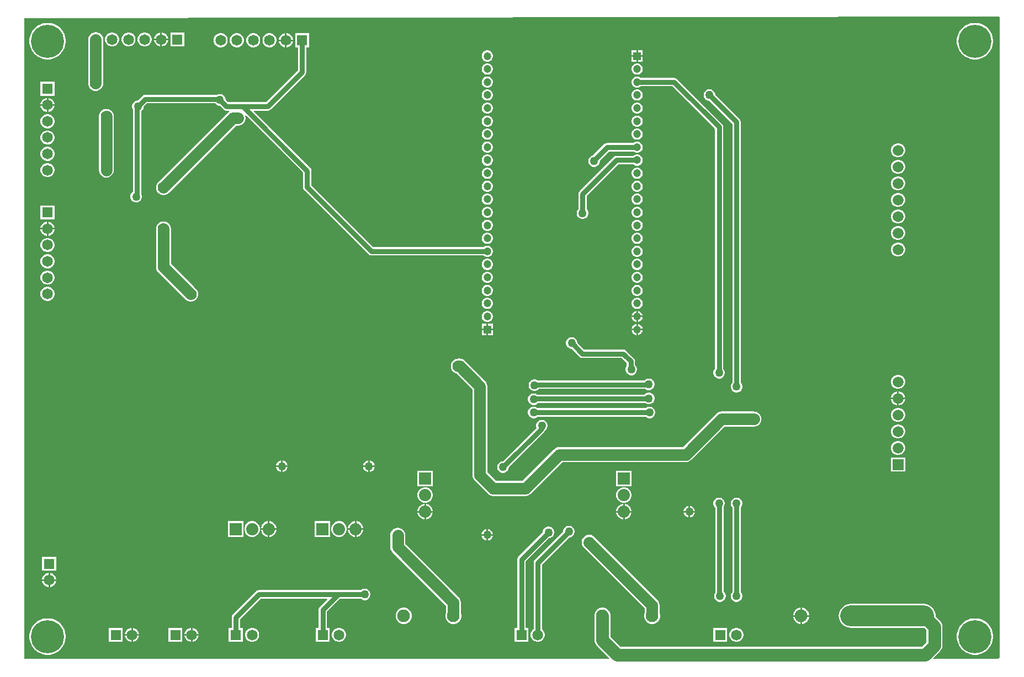
<source format=gbl>
G04*
G04 #@! TF.GenerationSoftware,Altium Limited,Altium Designer,22.10.1 (41)*
G04*
G04 Layer_Physical_Order=2*
G04 Layer_Color=16711680*
%FSLAX44Y44*%
%MOMM*%
G71*
G04*
G04 #@! TF.SameCoordinates,1C1781D4-92CB-4499-AA76-0FF4777072F7*
G04*
G04*
G04 #@! TF.FilePolarity,Positive*
G04*
G01*
G75*
%ADD15C,0.2540*%
%ADD35C,0.7620*%
%ADD36C,1.7780*%
%ADD37C,1.9050*%
%ADD40C,3.1750*%
%ADD41C,1.8750*%
%ADD42R,1.8750X1.8750*%
%ADD43R,1.8750X1.8750*%
%ADD44C,1.9500*%
%ADD45R,1.6500X1.6500*%
%ADD46C,1.6500*%
%ADD47R,1.6500X1.6500*%
%ADD48C,1.2000*%
%ADD49R,1.2000X1.2000*%
%ADD50C,1.6650*%
%ADD51R,1.6650X1.6650*%
%ADD52C,1.2700*%
%ADD53C,1.7780*%
%ADD54C,5.0800*%
%ADD55C,3.1750*%
G36*
X1765300Y1256401D02*
Y273050D01*
X1762760Y270510D01*
X1663519D01*
X1663033Y271683D01*
X1673575Y282225D01*
X1675509Y284745D01*
X1676725Y287680D01*
X1677139Y290830D01*
Y320040D01*
X1676725Y323190D01*
X1675509Y326125D01*
X1673575Y328645D01*
X1666875Y335345D01*
Y335645D01*
X1666964Y336550D01*
X1666875Y337455D01*
Y338364D01*
X1666698Y339255D01*
X1666609Y340160D01*
X1666345Y341030D01*
X1666167Y341922D01*
X1665820Y342761D01*
X1665556Y343631D01*
X1665127Y344433D01*
X1664779Y345273D01*
X1664274Y346029D01*
X1663846Y346830D01*
X1663269Y347533D01*
X1662764Y348289D01*
X1662121Y348932D01*
X1661544Y349634D01*
X1660842Y350211D01*
X1660199Y350854D01*
X1659443Y351359D01*
X1658740Y351936D01*
X1657939Y352364D01*
X1657183Y352869D01*
X1656343Y353217D01*
X1655541Y353646D01*
X1654671Y353909D01*
X1653831Y354257D01*
X1652940Y354435D01*
X1652070Y354699D01*
X1651165Y354788D01*
X1650274Y354965D01*
X1649365D01*
X1648460Y355054D01*
X1536700D01*
X1533090Y354699D01*
X1529619Y353646D01*
X1526420Y351936D01*
X1523616Y349634D01*
X1521314Y346830D01*
X1519604Y343631D01*
X1518551Y340160D01*
X1518196Y336550D01*
X1518551Y332940D01*
X1519604Y329469D01*
X1521314Y326270D01*
X1523616Y323466D01*
X1526420Y321164D01*
X1529619Y319454D01*
X1533090Y318401D01*
X1536700Y318046D01*
X1648460D01*
X1649365Y318135D01*
X1649665D01*
X1652801Y314999D01*
Y295871D01*
X1645959Y289029D01*
X1183601D01*
X1167869Y304761D01*
Y334481D01*
X1167990Y334932D01*
Y338168D01*
X1167152Y341294D01*
X1165534Y344096D01*
X1163246Y346384D01*
X1160444Y348003D01*
X1157318Y348840D01*
X1154082D01*
X1150956Y348003D01*
X1148154Y346384D01*
X1145866Y344096D01*
X1144248Y341294D01*
X1143410Y338168D01*
Y334932D01*
X1143531Y334481D01*
Y299720D01*
X1143945Y296570D01*
X1145161Y293635D01*
X1147095Y291115D01*
X1166527Y271683D01*
X1166041Y270510D01*
X269240D01*
Y1254760D01*
X1764401Y1257299D01*
X1765300Y1256401D01*
D02*
G37*
%LPC*%
G36*
X480280Y1232530D02*
X480130D01*
Y1223010D01*
X489650D01*
Y1223160D01*
X488915Y1225905D01*
X487494Y1228365D01*
X485485Y1230374D01*
X483025Y1231795D01*
X480280Y1232530D01*
D02*
G37*
G36*
X477590D02*
X477439D01*
X474695Y1231795D01*
X472235Y1230374D01*
X470226Y1228365D01*
X468805Y1225905D01*
X468070Y1223160D01*
Y1223010D01*
X477590D01*
Y1232530D01*
D02*
G37*
G36*
X671650Y1231260D02*
X671500D01*
Y1221740D01*
X681020D01*
Y1221890D01*
X680285Y1224635D01*
X678864Y1227095D01*
X676855Y1229104D01*
X674395Y1230525D01*
X671650Y1231260D01*
D02*
G37*
G36*
X668960D02*
X668810D01*
X666065Y1230525D01*
X663605Y1229104D01*
X661596Y1227095D01*
X660175Y1224635D01*
X659440Y1221890D01*
Y1221740D01*
X668960D01*
Y1231260D01*
D02*
G37*
G36*
X514650Y1232530D02*
X493070D01*
Y1210950D01*
X514650D01*
Y1232530D01*
D02*
G37*
G36*
X489650Y1220470D02*
X480130D01*
Y1210950D01*
X480280D01*
X483025Y1211685D01*
X485485Y1213106D01*
X487494Y1215115D01*
X488915Y1217575D01*
X489650Y1220320D01*
Y1220470D01*
D02*
G37*
G36*
X477590D02*
X468070D01*
Y1220320D01*
X468805Y1217575D01*
X470226Y1215115D01*
X472235Y1213106D01*
X474695Y1211685D01*
X477439Y1210950D01*
X477590D01*
Y1220470D01*
D02*
G37*
G36*
X455280Y1232530D02*
X452439D01*
X449695Y1231795D01*
X447235Y1230374D01*
X445226Y1228365D01*
X443805Y1225905D01*
X443070Y1223160D01*
Y1220320D01*
X443805Y1217575D01*
X445226Y1215115D01*
X447235Y1213106D01*
X449695Y1211685D01*
X452439Y1210950D01*
X455280D01*
X458025Y1211685D01*
X460485Y1213106D01*
X462494Y1215115D01*
X463915Y1217575D01*
X464650Y1220320D01*
Y1223160D01*
X463915Y1225905D01*
X462494Y1228365D01*
X460485Y1230374D01*
X458025Y1231795D01*
X455280Y1232530D01*
D02*
G37*
G36*
X430280D02*
X427439D01*
X424695Y1231795D01*
X422235Y1230374D01*
X420226Y1228365D01*
X418805Y1225905D01*
X418070Y1223160D01*
Y1220320D01*
X418805Y1217575D01*
X420226Y1215115D01*
X422235Y1213106D01*
X424695Y1211685D01*
X427439Y1210950D01*
X430280D01*
X433025Y1211685D01*
X435485Y1213106D01*
X437494Y1215115D01*
X438915Y1217575D01*
X439650Y1220320D01*
Y1223160D01*
X438915Y1225905D01*
X437494Y1228365D01*
X435485Y1230374D01*
X433025Y1231795D01*
X430280Y1232530D01*
D02*
G37*
G36*
X405280D02*
X402439D01*
X399695Y1231795D01*
X397235Y1230374D01*
X395226Y1228365D01*
X393805Y1225905D01*
X393070Y1223160D01*
Y1220320D01*
X393805Y1217575D01*
X395226Y1215115D01*
X397235Y1213106D01*
X399695Y1211685D01*
X402439Y1210950D01*
X405280D01*
X408025Y1211685D01*
X410485Y1213106D01*
X412494Y1215115D01*
X413915Y1217575D01*
X414650Y1220320D01*
Y1223160D01*
X413915Y1225905D01*
X412494Y1228365D01*
X410485Y1230374D01*
X408025Y1231795D01*
X405280Y1232530D01*
D02*
G37*
G36*
X681020Y1219200D02*
X671500D01*
Y1209680D01*
X671650D01*
X674395Y1210415D01*
X676855Y1211836D01*
X678864Y1213845D01*
X680285Y1216305D01*
X681020Y1219050D01*
Y1219200D01*
D02*
G37*
G36*
X668960D02*
X659440D01*
Y1219050D01*
X660175Y1216305D01*
X661596Y1213845D01*
X663605Y1211836D01*
X666065Y1210415D01*
X668810Y1209680D01*
X668960D01*
Y1219200D01*
D02*
G37*
G36*
X646650Y1231260D02*
X643810D01*
X641065Y1230525D01*
X638605Y1229104D01*
X636596Y1227095D01*
X635175Y1224635D01*
X634440Y1221890D01*
Y1219050D01*
X635175Y1216305D01*
X636596Y1213845D01*
X638605Y1211836D01*
X641065Y1210415D01*
X643810Y1209680D01*
X646650D01*
X649395Y1210415D01*
X651855Y1211836D01*
X653864Y1213845D01*
X655285Y1216305D01*
X656020Y1219050D01*
Y1221890D01*
X655285Y1224635D01*
X653864Y1227095D01*
X651855Y1229104D01*
X649395Y1230525D01*
X646650Y1231260D01*
D02*
G37*
G36*
X621651D02*
X618810D01*
X616065Y1230525D01*
X613605Y1229104D01*
X611596Y1227095D01*
X610175Y1224635D01*
X609440Y1221890D01*
Y1219050D01*
X610175Y1216305D01*
X611596Y1213845D01*
X613605Y1211836D01*
X616065Y1210415D01*
X618810Y1209680D01*
X621651D01*
X624395Y1210415D01*
X626855Y1211836D01*
X628864Y1213845D01*
X630285Y1216305D01*
X631020Y1219050D01*
Y1221890D01*
X630285Y1224635D01*
X628864Y1227095D01*
X626855Y1229104D01*
X624395Y1230525D01*
X621651Y1231260D01*
D02*
G37*
G36*
X596651D02*
X593810D01*
X591065Y1230525D01*
X588605Y1229104D01*
X586596Y1227095D01*
X585175Y1224635D01*
X584440Y1221890D01*
Y1219050D01*
X585175Y1216305D01*
X586596Y1213845D01*
X588605Y1211836D01*
X591065Y1210415D01*
X593810Y1209680D01*
X596651D01*
X599395Y1210415D01*
X601855Y1211836D01*
X603864Y1213845D01*
X605285Y1216305D01*
X606020Y1219050D01*
Y1221890D01*
X605285Y1224635D01*
X603864Y1227095D01*
X601855Y1229104D01*
X599395Y1230525D01*
X596651Y1231260D01*
D02*
G37*
G36*
X571651D02*
X568810D01*
X566065Y1230525D01*
X563605Y1229104D01*
X561596Y1227095D01*
X560175Y1224635D01*
X559440Y1221890D01*
Y1219050D01*
X560175Y1216305D01*
X561596Y1213845D01*
X563605Y1211836D01*
X566065Y1210415D01*
X568810Y1209680D01*
X571651D01*
X574395Y1210415D01*
X576855Y1211836D01*
X578864Y1213845D01*
X580285Y1216305D01*
X581020Y1219050D01*
Y1221890D01*
X580285Y1224635D01*
X578864Y1227095D01*
X576855Y1229104D01*
X574395Y1230525D01*
X571651Y1231260D01*
D02*
G37*
G36*
X1217580Y1204880D02*
X1210310D01*
Y1197610D01*
X1217580D01*
Y1204880D01*
D02*
G37*
G36*
X1207770D02*
X1200500D01*
Y1197610D01*
X1207770D01*
Y1204880D01*
D02*
G37*
G36*
X1729399Y1247140D02*
X1725001D01*
X1720657Y1246452D01*
X1716475Y1245093D01*
X1712556Y1243096D01*
X1708998Y1240511D01*
X1705889Y1237402D01*
X1703304Y1233844D01*
X1701307Y1229925D01*
X1699948Y1225743D01*
X1699260Y1221399D01*
Y1217001D01*
X1699948Y1212657D01*
X1701307Y1208475D01*
X1703304Y1204556D01*
X1705889Y1200998D01*
X1708998Y1197889D01*
X1712556Y1195304D01*
X1716475Y1193307D01*
X1720657Y1191948D01*
X1725001Y1191260D01*
X1729399D01*
X1733743Y1191948D01*
X1737925Y1193307D01*
X1741844Y1195304D01*
X1745402Y1197889D01*
X1748511Y1200998D01*
X1751096Y1204556D01*
X1753093Y1208475D01*
X1754452Y1212657D01*
X1755140Y1217001D01*
Y1221399D01*
X1754452Y1225743D01*
X1753093Y1229925D01*
X1751096Y1233844D01*
X1748511Y1237402D01*
X1745402Y1240511D01*
X1741844Y1243096D01*
X1737925Y1245093D01*
X1733743Y1246452D01*
X1729399Y1247140D01*
D02*
G37*
G36*
X306999D02*
X302601D01*
X298257Y1246452D01*
X294075Y1245093D01*
X290156Y1243096D01*
X286598Y1240511D01*
X283489Y1237402D01*
X280904Y1233844D01*
X278907Y1229925D01*
X277548Y1225743D01*
X276860Y1221399D01*
Y1217001D01*
X277548Y1212657D01*
X278907Y1208475D01*
X280904Y1204556D01*
X283489Y1200998D01*
X286598Y1197889D01*
X290156Y1195304D01*
X294075Y1193307D01*
X298257Y1191948D01*
X302601Y1191260D01*
X306999D01*
X311343Y1191948D01*
X315525Y1193307D01*
X319444Y1195304D01*
X323002Y1197889D01*
X326111Y1200998D01*
X328696Y1204556D01*
X330693Y1208475D01*
X332052Y1212657D01*
X332740Y1217001D01*
Y1221399D01*
X332052Y1225743D01*
X330693Y1229925D01*
X328696Y1233844D01*
X326111Y1237402D01*
X323002Y1240511D01*
X319444Y1243096D01*
X315525Y1245093D01*
X311343Y1246452D01*
X306999Y1247140D01*
D02*
G37*
G36*
X1217580Y1195070D02*
X1210310D01*
Y1187800D01*
X1217580D01*
Y1195070D01*
D02*
G37*
G36*
X1207770D02*
X1200500D01*
Y1187800D01*
X1207770D01*
Y1195070D01*
D02*
G37*
G36*
X980294Y1204880D02*
X978046D01*
X975874Y1204298D01*
X973926Y1203174D01*
X972336Y1201584D01*
X971212Y1199636D01*
X970630Y1197464D01*
Y1195216D01*
X971212Y1193044D01*
X972336Y1191096D01*
X973926Y1189506D01*
X975874Y1188382D01*
X978046Y1187800D01*
X980294D01*
X982466Y1188382D01*
X984414Y1189506D01*
X986004Y1191096D01*
X987128Y1193044D01*
X987710Y1195216D01*
Y1197464D01*
X987128Y1199636D01*
X986004Y1201584D01*
X984414Y1203174D01*
X982466Y1204298D01*
X980294Y1204880D01*
D02*
G37*
G36*
X1210164Y1184880D02*
X1207916D01*
X1205744Y1184298D01*
X1203796Y1183174D01*
X1202206Y1181584D01*
X1201082Y1179636D01*
X1200500Y1177464D01*
Y1175216D01*
X1201082Y1173044D01*
X1202206Y1171096D01*
X1203796Y1169506D01*
X1205744Y1168382D01*
X1207916Y1167800D01*
X1210164D01*
X1212336Y1168382D01*
X1214284Y1169506D01*
X1215874Y1171096D01*
X1216998Y1173044D01*
X1217580Y1175216D01*
Y1177464D01*
X1216998Y1179636D01*
X1215874Y1181584D01*
X1214284Y1183174D01*
X1212336Y1184298D01*
X1210164Y1184880D01*
D02*
G37*
G36*
X980294D02*
X978046D01*
X975874Y1184298D01*
X973926Y1183174D01*
X972336Y1181584D01*
X971212Y1179636D01*
X970630Y1177464D01*
Y1175216D01*
X971212Y1173044D01*
X972336Y1171096D01*
X973926Y1169506D01*
X975874Y1168382D01*
X978046Y1167800D01*
X980294D01*
X982466Y1168382D01*
X984414Y1169506D01*
X986004Y1171096D01*
X987128Y1173044D01*
X987710Y1175216D01*
Y1177464D01*
X987128Y1179636D01*
X986004Y1181584D01*
X984414Y1183174D01*
X982466Y1184298D01*
X980294Y1184880D01*
D02*
G37*
G36*
Y1164880D02*
X978046D01*
X975874Y1164298D01*
X973926Y1163174D01*
X972336Y1161584D01*
X971212Y1159636D01*
X970630Y1157464D01*
Y1155216D01*
X971212Y1153044D01*
X972336Y1151096D01*
X973926Y1149506D01*
X975874Y1148382D01*
X978046Y1147800D01*
X980294D01*
X982466Y1148382D01*
X984414Y1149506D01*
X986004Y1151096D01*
X987128Y1153044D01*
X987710Y1155216D01*
Y1157464D01*
X987128Y1159636D01*
X986004Y1161584D01*
X984414Y1163174D01*
X982466Y1164298D01*
X980294Y1164880D01*
D02*
G37*
G36*
X378660Y1233069D02*
X375676Y1232676D01*
X372896Y1231524D01*
X370508Y1229692D01*
X368676Y1227304D01*
X367524Y1224524D01*
X367131Y1221540D01*
Y1156313D01*
X367030Y1155935D01*
Y1152925D01*
X367809Y1150018D01*
X369314Y1147412D01*
X371442Y1145284D01*
X374048Y1143779D01*
X376955Y1143000D01*
X379965D01*
X382872Y1143779D01*
X384244Y1144571D01*
X384424Y1144646D01*
X384579Y1144764D01*
X385478Y1145284D01*
X386212Y1146018D01*
X386812Y1146478D01*
X387272Y1147078D01*
X387606Y1147412D01*
X387843Y1147821D01*
X388644Y1148866D01*
X389796Y1151646D01*
X390189Y1154630D01*
Y1221540D01*
X389796Y1224524D01*
X388644Y1227304D01*
X386812Y1229692D01*
X384424Y1231524D01*
X381644Y1232676D01*
X378660Y1233069D01*
D02*
G37*
G36*
X315590Y1156870D02*
X294010D01*
Y1135290D01*
X315590D01*
Y1156870D01*
D02*
G37*
G36*
X1210164Y1144880D02*
X1207916D01*
X1205744Y1144298D01*
X1203796Y1143174D01*
X1202206Y1141584D01*
X1201082Y1139636D01*
X1200500Y1137464D01*
Y1135216D01*
X1201082Y1133044D01*
X1202206Y1131096D01*
X1203796Y1129506D01*
X1205744Y1128382D01*
X1207916Y1127800D01*
X1210164D01*
X1212336Y1128382D01*
X1214284Y1129506D01*
X1215874Y1131096D01*
X1216998Y1133044D01*
X1217580Y1135216D01*
Y1137464D01*
X1216998Y1139636D01*
X1215874Y1141584D01*
X1214284Y1143174D01*
X1212336Y1144298D01*
X1210164Y1144880D01*
D02*
G37*
G36*
X980294D02*
X978046D01*
X975874Y1144298D01*
X973926Y1143174D01*
X972336Y1141584D01*
X971212Y1139636D01*
X970630Y1137464D01*
Y1135216D01*
X971212Y1133044D01*
X972336Y1131096D01*
X973926Y1129506D01*
X975874Y1128382D01*
X978046Y1127800D01*
X980294D01*
X982466Y1128382D01*
X984414Y1129506D01*
X986004Y1131096D01*
X987128Y1133044D01*
X987710Y1135216D01*
Y1137464D01*
X987128Y1139636D01*
X986004Y1141584D01*
X984414Y1143174D01*
X982466Y1144298D01*
X980294Y1144880D01*
D02*
G37*
G36*
X706020Y1231260D02*
X684440D01*
Y1209680D01*
X688756D01*
Y1174162D01*
X639938Y1125344D01*
X581802D01*
X577850Y1129296D01*
Y1130200D01*
X577244Y1132461D01*
X576074Y1134489D01*
X574419Y1136144D01*
X572391Y1137314D01*
X570130Y1137920D01*
X567790D01*
X565529Y1137314D01*
X564594Y1136774D01*
X454629D01*
X452151Y1136282D01*
X450051Y1134878D01*
X443196Y1128023D01*
X442291D01*
X440030Y1127417D01*
X438003Y1126247D01*
X436348Y1124591D01*
X435178Y1122564D01*
X434572Y1120303D01*
Y1117962D01*
X435178Y1115701D01*
X435602Y1114967D01*
Y987767D01*
X435231Y987554D01*
X433576Y985899D01*
X432406Y983871D01*
X431800Y981610D01*
Y979270D01*
X432406Y977009D01*
X433576Y974981D01*
X435231Y973326D01*
X437259Y972156D01*
X439520Y971550D01*
X441860D01*
X444121Y972156D01*
X446149Y973326D01*
X447804Y974981D01*
X448974Y977009D01*
X449580Y979270D01*
Y981610D01*
X448974Y983871D01*
X448550Y984606D01*
Y1111805D01*
X448920Y1112019D01*
X450575Y1113674D01*
X451746Y1115701D01*
X452352Y1117962D01*
Y1118867D01*
X457311Y1123826D01*
X561699D01*
X561846Y1123571D01*
X563501Y1121916D01*
X565529Y1120746D01*
X567790Y1120140D01*
X568694D01*
X574542Y1114292D01*
X576642Y1112888D01*
X579120Y1112396D01*
X583387D01*
X583640Y1111126D01*
X583516Y1111074D01*
X581128Y1109242D01*
X474448Y1002562D01*
X473988Y1001963D01*
X473454Y1001428D01*
X473076Y1000774D01*
X472616Y1000174D01*
X472327Y999476D01*
X471949Y998822D01*
X471753Y998092D01*
X471464Y997394D01*
X471366Y996645D01*
X471170Y995915D01*
Y995159D01*
X471071Y994410D01*
X471170Y993661D01*
Y992905D01*
X471366Y992175D01*
X471464Y991426D01*
X471753Y990728D01*
X471949Y989998D01*
X472327Y989344D01*
X472616Y988646D01*
X473076Y988046D01*
X473454Y987392D01*
X473988Y986858D01*
X474448Y986258D01*
X475047Y985798D01*
X475582Y985264D01*
X476236Y984886D01*
X476836Y984426D01*
X477534Y984137D01*
X478188Y983759D01*
X478918Y983563D01*
X479616Y983274D01*
X480365Y983176D01*
X481095Y982980D01*
X481851D01*
X482600Y982881D01*
X483349Y982980D01*
X484105D01*
X484835Y983176D01*
X485584Y983274D01*
X486282Y983563D01*
X487012Y983759D01*
X487666Y984137D01*
X488364Y984426D01*
X488964Y984886D01*
X489618Y985264D01*
X490153Y985798D01*
X490752Y986258D01*
X594055Y1089561D01*
X596900D01*
X597649Y1089660D01*
X598405D01*
X599135Y1089856D01*
X599884Y1089954D01*
X600582Y1090243D01*
X601312Y1090439D01*
X601966Y1090817D01*
X602664Y1091106D01*
X603264Y1091566D01*
X603918Y1091944D01*
X604452Y1092478D01*
X605052Y1092938D01*
X605512Y1093538D01*
X606046Y1094072D01*
X606424Y1094726D01*
X606884Y1095326D01*
X607173Y1096024D01*
X607551Y1096678D01*
X607747Y1097408D01*
X608036Y1098106D01*
X608134Y1098855D01*
X608330Y1099585D01*
Y1100341D01*
X608429Y1101090D01*
X608330Y1101839D01*
Y1102595D01*
X608134Y1103325D01*
X608036Y1104074D01*
X607984Y1104198D01*
X609061Y1104918D01*
X696483Y1017496D01*
Y995033D01*
X696976Y992555D01*
X698379Y990455D01*
X797072Y891762D01*
X799172Y890358D01*
X801650Y889866D01*
X973567D01*
X973926Y889506D01*
X975874Y888382D01*
X978046Y887800D01*
X980294D01*
X982466Y888382D01*
X984414Y889506D01*
X986004Y891096D01*
X987128Y893044D01*
X987710Y895216D01*
Y897464D01*
X987128Y899636D01*
X986004Y901584D01*
X984414Y903174D01*
X982466Y904298D01*
X980294Y904880D01*
X978046D01*
X975874Y904298D01*
X973926Y903174D01*
X973567Y902814D01*
X804332D01*
X709432Y997714D01*
Y1020177D01*
X708939Y1022655D01*
X707535Y1024755D01*
X621069Y1111222D01*
X621555Y1112396D01*
X642620D01*
X645098Y1112888D01*
X647198Y1114292D01*
X699808Y1166902D01*
X701212Y1169002D01*
X701704Y1171480D01*
Y1209680D01*
X706020D01*
Y1231260D01*
D02*
G37*
G36*
X306220Y1131870D02*
X306070D01*
Y1122350D01*
X315590D01*
Y1122501D01*
X314855Y1125245D01*
X313434Y1127705D01*
X311425Y1129714D01*
X308965Y1131135D01*
X306220Y1131870D01*
D02*
G37*
G36*
X303530D02*
X303379D01*
X300635Y1131135D01*
X298175Y1129714D01*
X296166Y1127705D01*
X294745Y1125245D01*
X294010Y1122501D01*
Y1122350D01*
X303530D01*
Y1131870D01*
D02*
G37*
G36*
X315590Y1119810D02*
X306070D01*
Y1110290D01*
X306220D01*
X308965Y1111025D01*
X311425Y1112446D01*
X313434Y1114455D01*
X314855Y1116915D01*
X315590Y1119660D01*
Y1119810D01*
D02*
G37*
G36*
X303530D02*
X294010D01*
Y1119660D01*
X294745Y1116915D01*
X296166Y1114455D01*
X298175Y1112446D01*
X300635Y1111025D01*
X303379Y1110290D01*
X303530D01*
Y1119810D01*
D02*
G37*
G36*
X1210164Y1124880D02*
X1207916D01*
X1205744Y1124298D01*
X1203796Y1123174D01*
X1202206Y1121584D01*
X1201082Y1119636D01*
X1200500Y1117464D01*
Y1115216D01*
X1201082Y1113044D01*
X1202206Y1111096D01*
X1203796Y1109506D01*
X1205744Y1108382D01*
X1207916Y1107800D01*
X1210164D01*
X1212336Y1108382D01*
X1214284Y1109506D01*
X1215874Y1111096D01*
X1216998Y1113044D01*
X1217580Y1115216D01*
Y1117464D01*
X1216998Y1119636D01*
X1215874Y1121584D01*
X1214284Y1123174D01*
X1212336Y1124298D01*
X1210164Y1124880D01*
D02*
G37*
G36*
X980294D02*
X978046D01*
X975874Y1124298D01*
X973926Y1123174D01*
X972336Y1121584D01*
X971212Y1119636D01*
X970630Y1117464D01*
Y1115216D01*
X971212Y1113044D01*
X972336Y1111096D01*
X973926Y1109506D01*
X975874Y1108382D01*
X978046Y1107800D01*
X980294D01*
X982466Y1108382D01*
X984414Y1109506D01*
X986004Y1111096D01*
X987128Y1113044D01*
X987710Y1115216D01*
Y1117464D01*
X987128Y1119636D01*
X986004Y1121584D01*
X984414Y1123174D01*
X982466Y1124298D01*
X980294Y1124880D01*
D02*
G37*
G36*
X1210164Y1104880D02*
X1207916D01*
X1205744Y1104298D01*
X1203796Y1103174D01*
X1202206Y1101584D01*
X1201082Y1099636D01*
X1200500Y1097464D01*
Y1095216D01*
X1201082Y1093044D01*
X1202206Y1091096D01*
X1203796Y1089506D01*
X1205744Y1088382D01*
X1207916Y1087800D01*
X1210164D01*
X1212336Y1088382D01*
X1214284Y1089506D01*
X1215874Y1091096D01*
X1216998Y1093044D01*
X1217580Y1095216D01*
Y1097464D01*
X1216998Y1099636D01*
X1215874Y1101584D01*
X1214284Y1103174D01*
X1212336Y1104298D01*
X1210164Y1104880D01*
D02*
G37*
G36*
X980294D02*
X978046D01*
X975874Y1104298D01*
X973926Y1103174D01*
X972336Y1101584D01*
X971212Y1099636D01*
X970630Y1097464D01*
Y1095216D01*
X971212Y1093044D01*
X972336Y1091096D01*
X973926Y1089506D01*
X975874Y1088382D01*
X978046Y1087800D01*
X980294D01*
X982466Y1088382D01*
X984414Y1089506D01*
X986004Y1091096D01*
X987128Y1093044D01*
X987710Y1095216D01*
Y1097464D01*
X987128Y1099636D01*
X986004Y1101584D01*
X984414Y1103174D01*
X982466Y1104298D01*
X980294Y1104880D01*
D02*
G37*
G36*
X306220Y1106870D02*
X303379D01*
X300635Y1106135D01*
X298175Y1104714D01*
X296166Y1102705D01*
X294745Y1100245D01*
X294010Y1097501D01*
Y1094660D01*
X294745Y1091915D01*
X296166Y1089455D01*
X298175Y1087446D01*
X300635Y1086025D01*
X303379Y1085290D01*
X306220D01*
X308965Y1086025D01*
X311425Y1087446D01*
X313434Y1089455D01*
X314855Y1091915D01*
X315590Y1094660D01*
Y1097501D01*
X314855Y1100245D01*
X313434Y1102705D01*
X311425Y1104714D01*
X308965Y1106135D01*
X306220Y1106870D01*
D02*
G37*
G36*
X1210164Y1084880D02*
X1207916D01*
X1205744Y1084298D01*
X1203796Y1083174D01*
X1202206Y1081584D01*
X1201082Y1079636D01*
X1200500Y1077464D01*
Y1075216D01*
X1201082Y1073044D01*
X1202206Y1071096D01*
X1203796Y1069506D01*
X1205744Y1068382D01*
X1207916Y1067800D01*
X1210164D01*
X1212336Y1068382D01*
X1214284Y1069506D01*
X1215874Y1071096D01*
X1216998Y1073044D01*
X1217580Y1075216D01*
Y1077464D01*
X1216998Y1079636D01*
X1215874Y1081584D01*
X1214284Y1083174D01*
X1212336Y1084298D01*
X1210164Y1084880D01*
D02*
G37*
G36*
X980294D02*
X978046D01*
X975874Y1084298D01*
X973926Y1083174D01*
X972336Y1081584D01*
X971212Y1079636D01*
X970630Y1077464D01*
Y1075216D01*
X971212Y1073044D01*
X972336Y1071096D01*
X973926Y1069506D01*
X975874Y1068382D01*
X978046Y1067800D01*
X980294D01*
X982466Y1068382D01*
X984414Y1069506D01*
X986004Y1071096D01*
X987128Y1073044D01*
X987710Y1075216D01*
Y1077464D01*
X987128Y1079636D01*
X986004Y1081584D01*
X984414Y1083174D01*
X982466Y1084298D01*
X980294Y1084880D01*
D02*
G37*
G36*
X306220Y1081870D02*
X303379D01*
X300635Y1081135D01*
X298175Y1079714D01*
X296166Y1077705D01*
X294745Y1075245D01*
X294010Y1072501D01*
Y1069660D01*
X294745Y1066915D01*
X296166Y1064455D01*
X298175Y1062446D01*
X300635Y1061025D01*
X303379Y1060290D01*
X306220D01*
X308965Y1061025D01*
X311425Y1062446D01*
X313434Y1064455D01*
X314855Y1066915D01*
X315590Y1069660D01*
Y1072501D01*
X314855Y1075245D01*
X313434Y1077705D01*
X311425Y1079714D01*
X308965Y1081135D01*
X306220Y1081870D01*
D02*
G37*
G36*
X1210164Y1064880D02*
X1207916D01*
X1205744Y1064298D01*
X1203796Y1063174D01*
X1203437Y1062814D01*
X1163020D01*
X1160542Y1062322D01*
X1158442Y1060918D01*
X1141330Y1043806D01*
X1139569Y1043334D01*
X1137541Y1042164D01*
X1135886Y1040509D01*
X1134716Y1038481D01*
X1134110Y1036220D01*
Y1033880D01*
X1134716Y1031619D01*
X1135886Y1029591D01*
X1137541Y1027936D01*
X1139569Y1026766D01*
X1141830Y1026160D01*
X1144170D01*
X1146431Y1026766D01*
X1148459Y1027936D01*
X1150114Y1029591D01*
X1151284Y1031619D01*
X1151890Y1033880D01*
Y1036054D01*
X1165702Y1049866D01*
X1203437D01*
X1203796Y1049506D01*
X1205744Y1048382D01*
X1207916Y1047800D01*
X1210164D01*
X1212336Y1048382D01*
X1214284Y1049506D01*
X1215874Y1051096D01*
X1216998Y1053044D01*
X1217580Y1055216D01*
Y1057464D01*
X1216998Y1059636D01*
X1215874Y1061584D01*
X1214284Y1063174D01*
X1212336Y1064298D01*
X1210164Y1064880D01*
D02*
G37*
G36*
X980294D02*
X978046D01*
X975874Y1064298D01*
X973926Y1063174D01*
X972336Y1061584D01*
X971212Y1059636D01*
X970630Y1057464D01*
Y1055216D01*
X971212Y1053044D01*
X972336Y1051096D01*
X973926Y1049506D01*
X975874Y1048382D01*
X978046Y1047800D01*
X980294D01*
X982466Y1048382D01*
X984414Y1049506D01*
X986004Y1051096D01*
X987128Y1053044D01*
X987710Y1055216D01*
Y1057464D01*
X987128Y1059636D01*
X986004Y1061584D01*
X984414Y1063174D01*
X982466Y1064298D01*
X980294Y1064880D01*
D02*
G37*
G36*
X1610520Y1062425D02*
X1607660D01*
X1604896Y1061685D01*
X1602419Y1060254D01*
X1600396Y1058231D01*
X1598965Y1055754D01*
X1598225Y1052990D01*
Y1050130D01*
X1598965Y1047366D01*
X1600396Y1044889D01*
X1602419Y1042866D01*
X1604896Y1041435D01*
X1607660Y1040695D01*
X1610520D01*
X1613284Y1041435D01*
X1615761Y1042866D01*
X1617784Y1044889D01*
X1619215Y1047366D01*
X1619955Y1050130D01*
Y1052990D01*
X1619215Y1055754D01*
X1617784Y1058231D01*
X1615761Y1060254D01*
X1613284Y1061685D01*
X1610520Y1062425D01*
D02*
G37*
G36*
X306220Y1056870D02*
X303379D01*
X300635Y1056135D01*
X298175Y1054714D01*
X296166Y1052705D01*
X294745Y1050245D01*
X294010Y1047501D01*
Y1044660D01*
X294745Y1041915D01*
X296166Y1039455D01*
X298175Y1037446D01*
X300635Y1036025D01*
X303379Y1035290D01*
X306220D01*
X308965Y1036025D01*
X311425Y1037446D01*
X313434Y1039455D01*
X314855Y1041915D01*
X315590Y1044660D01*
Y1047501D01*
X314855Y1050245D01*
X313434Y1052705D01*
X311425Y1054714D01*
X308965Y1056135D01*
X306220Y1056870D01*
D02*
G37*
G36*
X1210164Y1044880D02*
X1207916D01*
X1205744Y1044298D01*
X1203796Y1043174D01*
X1203437Y1042814D01*
X1177310D01*
X1174832Y1042322D01*
X1172732Y1040918D01*
X1120642Y988828D01*
X1119238Y986728D01*
X1118746Y984250D01*
Y961138D01*
X1118106Y960499D01*
X1116936Y958471D01*
X1116330Y956210D01*
Y953870D01*
X1116936Y951609D01*
X1118106Y949581D01*
X1119761Y947926D01*
X1121789Y946756D01*
X1124050Y946150D01*
X1126390D01*
X1128651Y946756D01*
X1130679Y947926D01*
X1132334Y949581D01*
X1133504Y951609D01*
X1134110Y953870D01*
Y956210D01*
X1133504Y958471D01*
X1132334Y960499D01*
X1131694Y961138D01*
Y981568D01*
X1179992Y1029866D01*
X1203437D01*
X1203796Y1029506D01*
X1205744Y1028382D01*
X1207916Y1027800D01*
X1210164D01*
X1212336Y1028382D01*
X1214284Y1029506D01*
X1215874Y1031096D01*
X1216998Y1033044D01*
X1217580Y1035216D01*
Y1037464D01*
X1216998Y1039636D01*
X1215874Y1041584D01*
X1214284Y1043174D01*
X1212336Y1044298D01*
X1210164Y1044880D01*
D02*
G37*
G36*
X980294D02*
X978046D01*
X975874Y1044298D01*
X973926Y1043174D01*
X972336Y1041584D01*
X971212Y1039636D01*
X970630Y1037464D01*
Y1035216D01*
X971212Y1033044D01*
X972336Y1031096D01*
X973926Y1029506D01*
X975874Y1028382D01*
X978046Y1027800D01*
X980294D01*
X982466Y1028382D01*
X984414Y1029506D01*
X986004Y1031096D01*
X987128Y1033044D01*
X987710Y1035216D01*
Y1037464D01*
X987128Y1039636D01*
X986004Y1041584D01*
X984414Y1043174D01*
X982466Y1044298D01*
X980294Y1044880D01*
D02*
G37*
G36*
X1610520Y1037025D02*
X1607660D01*
X1604896Y1036285D01*
X1602419Y1034854D01*
X1600396Y1032831D01*
X1598965Y1030354D01*
X1598225Y1027590D01*
Y1024730D01*
X1598965Y1021966D01*
X1600396Y1019489D01*
X1602419Y1017466D01*
X1604896Y1016035D01*
X1607660Y1015295D01*
X1610520D01*
X1613284Y1016035D01*
X1615761Y1017466D01*
X1617784Y1019489D01*
X1619215Y1021966D01*
X1619955Y1024730D01*
Y1027590D01*
X1619215Y1030354D01*
X1617784Y1032831D01*
X1615761Y1034854D01*
X1613284Y1036285D01*
X1610520Y1037025D01*
D02*
G37*
G36*
X306220Y1031870D02*
X303379D01*
X300635Y1031135D01*
X298175Y1029714D01*
X296166Y1027705D01*
X294745Y1025245D01*
X294010Y1022501D01*
Y1019660D01*
X294745Y1016915D01*
X296166Y1014455D01*
X298175Y1012446D01*
X300635Y1011025D01*
X303379Y1010290D01*
X306220D01*
X308965Y1011025D01*
X311425Y1012446D01*
X313434Y1014455D01*
X314855Y1016915D01*
X315590Y1019660D01*
Y1022501D01*
X314855Y1025245D01*
X313434Y1027705D01*
X311425Y1029714D01*
X308965Y1031135D01*
X306220Y1031870D01*
D02*
G37*
G36*
X394970Y1115159D02*
X394221Y1115060D01*
X393465D01*
X392735Y1114864D01*
X391986Y1114766D01*
X391288Y1114477D01*
X390558Y1114281D01*
X389904Y1113903D01*
X389206Y1113614D01*
X388606Y1113154D01*
X387952Y1112776D01*
X387418Y1112242D01*
X386818Y1111782D01*
X386358Y1111182D01*
X385824Y1110648D01*
X385446Y1109994D01*
X384986Y1109394D01*
X384697Y1108696D01*
X384319Y1108042D01*
X384123Y1107312D01*
X383834Y1106614D01*
X383736Y1105865D01*
X383540Y1105135D01*
Y1104379D01*
X383441Y1103630D01*
Y1021080D01*
X383834Y1018096D01*
X384986Y1015316D01*
X386818Y1012928D01*
X389206Y1011096D01*
X391986Y1009944D01*
X394970Y1009551D01*
X397954Y1009944D01*
X400734Y1011096D01*
X403122Y1012928D01*
X404954Y1015316D01*
X406106Y1018096D01*
X406499Y1021080D01*
Y1103630D01*
X406400Y1104379D01*
Y1105135D01*
X406204Y1105865D01*
X406106Y1106614D01*
X405817Y1107312D01*
X405621Y1108042D01*
X405243Y1108696D01*
X404954Y1109394D01*
X404494Y1109994D01*
X404116Y1110648D01*
X403582Y1111182D01*
X403122Y1111782D01*
X402522Y1112242D01*
X401988Y1112776D01*
X401334Y1113154D01*
X400734Y1113614D01*
X400036Y1113903D01*
X399382Y1114281D01*
X398652Y1114477D01*
X397954Y1114766D01*
X397205Y1114864D01*
X396475Y1115060D01*
X395719D01*
X394970Y1115159D01*
D02*
G37*
G36*
X1210164Y1024880D02*
X1207916D01*
X1205744Y1024298D01*
X1203796Y1023174D01*
X1202206Y1021584D01*
X1201082Y1019636D01*
X1200500Y1017464D01*
Y1015216D01*
X1201082Y1013044D01*
X1202206Y1011096D01*
X1203796Y1009506D01*
X1205744Y1008382D01*
X1207916Y1007800D01*
X1210164D01*
X1212336Y1008382D01*
X1214284Y1009506D01*
X1215874Y1011096D01*
X1216998Y1013044D01*
X1217580Y1015216D01*
Y1017464D01*
X1216998Y1019636D01*
X1215874Y1021584D01*
X1214284Y1023174D01*
X1212336Y1024298D01*
X1210164Y1024880D01*
D02*
G37*
G36*
X980294D02*
X978046D01*
X975874Y1024298D01*
X973926Y1023174D01*
X972336Y1021584D01*
X971212Y1019636D01*
X970630Y1017464D01*
Y1015216D01*
X971212Y1013044D01*
X972336Y1011096D01*
X973926Y1009506D01*
X975874Y1008382D01*
X978046Y1007800D01*
X980294D01*
X982466Y1008382D01*
X984414Y1009506D01*
X986004Y1011096D01*
X987128Y1013044D01*
X987710Y1015216D01*
Y1017464D01*
X987128Y1019636D01*
X986004Y1021584D01*
X984414Y1023174D01*
X982466Y1024298D01*
X980294Y1024880D01*
D02*
G37*
G36*
X1610520Y1011625D02*
X1607660D01*
X1604896Y1010885D01*
X1602419Y1009454D01*
X1600396Y1007431D01*
X1598965Y1004954D01*
X1598225Y1002190D01*
Y999330D01*
X1598965Y996566D01*
X1600396Y994089D01*
X1602419Y992066D01*
X1604896Y990635D01*
X1607660Y989895D01*
X1610520D01*
X1613284Y990635D01*
X1615761Y992066D01*
X1617784Y994089D01*
X1619215Y996566D01*
X1619955Y999330D01*
Y1002190D01*
X1619215Y1004954D01*
X1617784Y1007431D01*
X1615761Y1009454D01*
X1613284Y1010885D01*
X1610520Y1011625D01*
D02*
G37*
G36*
X1210164Y1004880D02*
X1207916D01*
X1205744Y1004298D01*
X1203796Y1003174D01*
X1202206Y1001584D01*
X1201082Y999636D01*
X1200500Y997464D01*
Y995216D01*
X1201082Y993044D01*
X1202206Y991096D01*
X1203796Y989506D01*
X1205744Y988382D01*
X1207916Y987800D01*
X1210164D01*
X1212336Y988382D01*
X1214284Y989506D01*
X1215874Y991096D01*
X1216998Y993044D01*
X1217580Y995216D01*
Y997464D01*
X1216998Y999636D01*
X1215874Y1001584D01*
X1214284Y1003174D01*
X1212336Y1004298D01*
X1210164Y1004880D01*
D02*
G37*
G36*
X980294D02*
X978046D01*
X975874Y1004298D01*
X973926Y1003174D01*
X972336Y1001584D01*
X971212Y999636D01*
X970630Y997464D01*
Y995216D01*
X971212Y993044D01*
X972336Y991096D01*
X973926Y989506D01*
X975874Y988382D01*
X978046Y987800D01*
X980294D01*
X982466Y988382D01*
X984414Y989506D01*
X986004Y991096D01*
X987128Y993044D01*
X987710Y995216D01*
Y997464D01*
X987128Y999636D01*
X986004Y1001584D01*
X984414Y1003174D01*
X982466Y1004298D01*
X980294Y1004880D01*
D02*
G37*
G36*
X1210164Y984880D02*
X1207916D01*
X1205744Y984298D01*
X1203796Y983174D01*
X1202206Y981584D01*
X1201082Y979636D01*
X1200500Y977464D01*
Y975216D01*
X1201082Y973044D01*
X1202206Y971096D01*
X1203796Y969506D01*
X1205744Y968382D01*
X1207916Y967800D01*
X1210164D01*
X1212336Y968382D01*
X1214284Y969506D01*
X1215874Y971096D01*
X1216998Y973044D01*
X1217580Y975216D01*
Y977464D01*
X1216998Y979636D01*
X1215874Y981584D01*
X1214284Y983174D01*
X1212336Y984298D01*
X1210164Y984880D01*
D02*
G37*
G36*
X980294D02*
X978046D01*
X975874Y984298D01*
X973926Y983174D01*
X972336Y981584D01*
X971212Y979636D01*
X970630Y977464D01*
Y975216D01*
X971212Y973044D01*
X972336Y971096D01*
X973926Y969506D01*
X975874Y968382D01*
X978046Y967800D01*
X980294D01*
X982466Y968382D01*
X984414Y969506D01*
X986004Y971096D01*
X987128Y973044D01*
X987710Y975216D01*
Y977464D01*
X987128Y979636D01*
X986004Y981584D01*
X984414Y983174D01*
X982466Y984298D01*
X980294Y984880D01*
D02*
G37*
G36*
X1610520Y986225D02*
X1607660D01*
X1604896Y985485D01*
X1602419Y984054D01*
X1600396Y982031D01*
X1598965Y979554D01*
X1598225Y976790D01*
Y973930D01*
X1598965Y971166D01*
X1600396Y968689D01*
X1602419Y966666D01*
X1604896Y965235D01*
X1607660Y964495D01*
X1610520D01*
X1613284Y965235D01*
X1615761Y966666D01*
X1617784Y968689D01*
X1619215Y971166D01*
X1619955Y973930D01*
Y976790D01*
X1619215Y979554D01*
X1617784Y982031D01*
X1615761Y984054D01*
X1613284Y985485D01*
X1610520Y986225D01*
D02*
G37*
G36*
X1210164Y964880D02*
X1207916D01*
X1205744Y964298D01*
X1203796Y963174D01*
X1202206Y961584D01*
X1201082Y959636D01*
X1200500Y957464D01*
Y955216D01*
X1201082Y953044D01*
X1202206Y951096D01*
X1203796Y949506D01*
X1205744Y948382D01*
X1207916Y947800D01*
X1210164D01*
X1212336Y948382D01*
X1214284Y949506D01*
X1215874Y951096D01*
X1216998Y953044D01*
X1217580Y955216D01*
Y957464D01*
X1216998Y959636D01*
X1215874Y961584D01*
X1214284Y963174D01*
X1212336Y964298D01*
X1210164Y964880D01*
D02*
G37*
G36*
X980294D02*
X978046D01*
X975874Y964298D01*
X973926Y963174D01*
X972336Y961584D01*
X971212Y959636D01*
X970630Y957464D01*
Y955216D01*
X971212Y953044D01*
X972336Y951096D01*
X973926Y949506D01*
X975874Y948382D01*
X978046Y947800D01*
X980294D01*
X982466Y948382D01*
X984414Y949506D01*
X986004Y951096D01*
X987128Y953044D01*
X987710Y955216D01*
Y957464D01*
X987128Y959636D01*
X986004Y961584D01*
X984414Y963174D01*
X982466Y964298D01*
X980294Y964880D01*
D02*
G37*
G36*
X315590Y966770D02*
X294010D01*
Y945190D01*
X315590D01*
Y966770D01*
D02*
G37*
G36*
X1610520Y960825D02*
X1607660D01*
X1604896Y960085D01*
X1602419Y958654D01*
X1600396Y956631D01*
X1598965Y954154D01*
X1598225Y951390D01*
Y948530D01*
X1598965Y945766D01*
X1600396Y943289D01*
X1602419Y941266D01*
X1604896Y939835D01*
X1607660Y939095D01*
X1610520D01*
X1613284Y939835D01*
X1615761Y941266D01*
X1617784Y943289D01*
X1619215Y945766D01*
X1619955Y948530D01*
Y951390D01*
X1619215Y954154D01*
X1617784Y956631D01*
X1615761Y958654D01*
X1613284Y960085D01*
X1610520Y960825D01*
D02*
G37*
G36*
X306220Y941770D02*
X306070D01*
Y932250D01*
X315590D01*
Y932401D01*
X314855Y935145D01*
X313434Y937605D01*
X311425Y939614D01*
X308965Y941035D01*
X306220Y941770D01*
D02*
G37*
G36*
X303530D02*
X303379D01*
X300635Y941035D01*
X298175Y939614D01*
X296166Y937605D01*
X294745Y935145D01*
X294010Y932401D01*
Y932250D01*
X303530D01*
Y941770D01*
D02*
G37*
G36*
X1210164Y944880D02*
X1207916D01*
X1205744Y944298D01*
X1203796Y943174D01*
X1202206Y941584D01*
X1201082Y939636D01*
X1200500Y937464D01*
Y935216D01*
X1201082Y933044D01*
X1202206Y931096D01*
X1203796Y929506D01*
X1205744Y928382D01*
X1207916Y927800D01*
X1210164D01*
X1212336Y928382D01*
X1214284Y929506D01*
X1215874Y931096D01*
X1216998Y933044D01*
X1217580Y935216D01*
Y937464D01*
X1216998Y939636D01*
X1215874Y941584D01*
X1214284Y943174D01*
X1212336Y944298D01*
X1210164Y944880D01*
D02*
G37*
G36*
X980294D02*
X978046D01*
X975874Y944298D01*
X973926Y943174D01*
X972336Y941584D01*
X971212Y939636D01*
X970630Y937464D01*
Y935216D01*
X971212Y933044D01*
X972336Y931096D01*
X973926Y929506D01*
X975874Y928382D01*
X978046Y927800D01*
X980294D01*
X982466Y928382D01*
X984414Y929506D01*
X986004Y931096D01*
X987128Y933044D01*
X987710Y935216D01*
Y937464D01*
X987128Y939636D01*
X986004Y941584D01*
X984414Y943174D01*
X982466Y944298D01*
X980294Y944880D01*
D02*
G37*
G36*
X315590Y929710D02*
X306070D01*
Y920190D01*
X306220D01*
X308965Y920925D01*
X311425Y922346D01*
X313434Y924355D01*
X314855Y926815D01*
X315590Y929559D01*
Y929710D01*
D02*
G37*
G36*
X303530D02*
X294010D01*
Y929559D01*
X294745Y926815D01*
X296166Y924355D01*
X298175Y922346D01*
X300635Y920925D01*
X303379Y920190D01*
X303530D01*
Y929710D01*
D02*
G37*
G36*
X1610520Y935425D02*
X1607660D01*
X1604896Y934685D01*
X1602419Y933254D01*
X1600396Y931231D01*
X1598965Y928754D01*
X1598225Y925990D01*
Y923130D01*
X1598965Y920366D01*
X1600396Y917889D01*
X1602419Y915866D01*
X1604896Y914435D01*
X1607660Y913695D01*
X1610520D01*
X1613284Y914435D01*
X1615761Y915866D01*
X1617784Y917889D01*
X1619215Y920366D01*
X1619955Y923130D01*
Y925990D01*
X1619215Y928754D01*
X1617784Y931231D01*
X1615761Y933254D01*
X1613284Y934685D01*
X1610520Y935425D01*
D02*
G37*
G36*
X1210164Y924880D02*
X1207916D01*
X1205744Y924298D01*
X1203796Y923174D01*
X1202206Y921584D01*
X1201082Y919636D01*
X1200500Y917464D01*
Y915216D01*
X1201082Y913044D01*
X1202206Y911096D01*
X1203796Y909506D01*
X1205744Y908382D01*
X1207916Y907800D01*
X1210164D01*
X1212336Y908382D01*
X1214284Y909506D01*
X1215874Y911096D01*
X1216998Y913044D01*
X1217580Y915216D01*
Y917464D01*
X1216998Y919636D01*
X1215874Y921584D01*
X1214284Y923174D01*
X1212336Y924298D01*
X1210164Y924880D01*
D02*
G37*
G36*
X980294D02*
X978046D01*
X975874Y924298D01*
X973926Y923174D01*
X972336Y921584D01*
X971212Y919636D01*
X970630Y917464D01*
Y915216D01*
X971212Y913044D01*
X972336Y911096D01*
X973926Y909506D01*
X975874Y908382D01*
X978046Y907800D01*
X980294D01*
X982466Y908382D01*
X984414Y909506D01*
X986004Y911096D01*
X987128Y913044D01*
X987710Y915216D01*
Y917464D01*
X987128Y919636D01*
X986004Y921584D01*
X984414Y923174D01*
X982466Y924298D01*
X980294Y924880D01*
D02*
G37*
G36*
X306220Y916770D02*
X303379D01*
X300635Y916035D01*
X298175Y914614D01*
X296166Y912605D01*
X294745Y910145D01*
X294010Y907401D01*
Y904559D01*
X294745Y901815D01*
X296166Y899355D01*
X298175Y897346D01*
X300635Y895925D01*
X303379Y895190D01*
X306220D01*
X308965Y895925D01*
X311425Y897346D01*
X313434Y899355D01*
X314855Y901815D01*
X315590Y904559D01*
Y907401D01*
X314855Y910145D01*
X313434Y912605D01*
X311425Y914614D01*
X308965Y916035D01*
X306220Y916770D01*
D02*
G37*
G36*
X1610520Y910025D02*
X1607660D01*
X1604896Y909285D01*
X1602419Y907854D01*
X1600396Y905831D01*
X1598965Y903354D01*
X1598225Y900590D01*
Y897730D01*
X1598965Y894966D01*
X1600396Y892489D01*
X1602419Y890466D01*
X1604896Y889035D01*
X1607660Y888295D01*
X1610520D01*
X1613284Y889035D01*
X1615761Y890466D01*
X1617784Y892489D01*
X1619215Y894966D01*
X1619955Y897730D01*
Y900590D01*
X1619215Y903354D01*
X1617784Y905831D01*
X1615761Y907854D01*
X1613284Y909285D01*
X1610520Y910025D01*
D02*
G37*
G36*
X1210164Y904880D02*
X1207916D01*
X1205744Y904298D01*
X1203796Y903174D01*
X1202206Y901584D01*
X1201082Y899636D01*
X1200500Y897464D01*
Y895216D01*
X1201082Y893044D01*
X1202206Y891096D01*
X1203796Y889506D01*
X1205744Y888382D01*
X1207916Y887800D01*
X1210164D01*
X1212336Y888382D01*
X1214284Y889506D01*
X1215874Y891096D01*
X1216998Y893044D01*
X1217580Y895216D01*
Y897464D01*
X1216998Y899636D01*
X1215874Y901584D01*
X1214284Y903174D01*
X1212336Y904298D01*
X1210164Y904880D01*
D02*
G37*
G36*
X306220Y891770D02*
X303379D01*
X300635Y891035D01*
X298175Y889614D01*
X296166Y887605D01*
X294745Y885145D01*
X294010Y882401D01*
Y879559D01*
X294745Y876815D01*
X296166Y874355D01*
X298175Y872346D01*
X300635Y870925D01*
X303379Y870190D01*
X306220D01*
X308965Y870925D01*
X311425Y872346D01*
X313434Y874355D01*
X314855Y876815D01*
X315590Y879559D01*
Y882401D01*
X314855Y885145D01*
X313434Y887605D01*
X311425Y889614D01*
X308965Y891035D01*
X306220Y891770D01*
D02*
G37*
G36*
X1210164Y884880D02*
X1207916D01*
X1205744Y884298D01*
X1203796Y883174D01*
X1202206Y881584D01*
X1201082Y879636D01*
X1200500Y877464D01*
Y875216D01*
X1201082Y873044D01*
X1202206Y871096D01*
X1203796Y869506D01*
X1205744Y868382D01*
X1207916Y867800D01*
X1210164D01*
X1212336Y868382D01*
X1214284Y869506D01*
X1215874Y871096D01*
X1216998Y873044D01*
X1217580Y875216D01*
Y877464D01*
X1216998Y879636D01*
X1215874Y881584D01*
X1214284Y883174D01*
X1212336Y884298D01*
X1210164Y884880D01*
D02*
G37*
G36*
X980294D02*
X978046D01*
X975874Y884298D01*
X973926Y883174D01*
X972336Y881584D01*
X971212Y879636D01*
X970630Y877464D01*
Y875216D01*
X971212Y873044D01*
X972336Y871096D01*
X973926Y869506D01*
X975874Y868382D01*
X978046Y867800D01*
X980294D01*
X982466Y868382D01*
X984414Y869506D01*
X986004Y871096D01*
X987128Y873044D01*
X987710Y875216D01*
Y877464D01*
X987128Y879636D01*
X986004Y881584D01*
X984414Y883174D01*
X982466Y884298D01*
X980294Y884880D01*
D02*
G37*
G36*
X1210164Y864880D02*
X1207916D01*
X1205744Y864298D01*
X1203796Y863174D01*
X1202206Y861584D01*
X1201082Y859636D01*
X1200500Y857464D01*
Y855216D01*
X1201082Y853044D01*
X1202206Y851096D01*
X1203796Y849506D01*
X1205744Y848382D01*
X1207916Y847800D01*
X1210164D01*
X1212336Y848382D01*
X1214284Y849506D01*
X1215874Y851096D01*
X1216998Y853044D01*
X1217580Y855216D01*
Y857464D01*
X1216998Y859636D01*
X1215874Y861584D01*
X1214284Y863174D01*
X1212336Y864298D01*
X1210164Y864880D01*
D02*
G37*
G36*
X980294D02*
X978046D01*
X975874Y864298D01*
X973926Y863174D01*
X972336Y861584D01*
X971212Y859636D01*
X970630Y857464D01*
Y855216D01*
X971212Y853044D01*
X972336Y851096D01*
X973926Y849506D01*
X975874Y848382D01*
X978046Y847800D01*
X980294D01*
X982466Y848382D01*
X984414Y849506D01*
X986004Y851096D01*
X987128Y853044D01*
X987710Y855216D01*
Y857464D01*
X987128Y859636D01*
X986004Y861584D01*
X984414Y863174D01*
X982466Y864298D01*
X980294Y864880D01*
D02*
G37*
G36*
X306220Y866770D02*
X303379D01*
X300635Y866035D01*
X298175Y864614D01*
X296166Y862605D01*
X294745Y860145D01*
X294010Y857401D01*
Y854559D01*
X294745Y851815D01*
X296166Y849355D01*
X298175Y847346D01*
X300635Y845925D01*
X303379Y845190D01*
X306220D01*
X308965Y845925D01*
X311425Y847346D01*
X313434Y849355D01*
X314855Y851815D01*
X315590Y854559D01*
Y857401D01*
X314855Y860145D01*
X313434Y862605D01*
X311425Y864614D01*
X308965Y866035D01*
X306220Y866770D01*
D02*
G37*
G36*
X1210164Y844880D02*
X1207916D01*
X1205744Y844298D01*
X1203796Y843174D01*
X1202206Y841584D01*
X1201082Y839636D01*
X1200500Y837464D01*
Y835216D01*
X1201082Y833044D01*
X1202206Y831096D01*
X1203796Y829506D01*
X1205744Y828382D01*
X1207916Y827800D01*
X1210164D01*
X1212336Y828382D01*
X1214284Y829506D01*
X1215874Y831096D01*
X1216998Y833044D01*
X1217580Y835216D01*
Y837464D01*
X1216998Y839636D01*
X1215874Y841584D01*
X1214284Y843174D01*
X1212336Y844298D01*
X1210164Y844880D01*
D02*
G37*
G36*
X980294D02*
X978046D01*
X975874Y844298D01*
X973926Y843174D01*
X972336Y841584D01*
X971212Y839636D01*
X970630Y837464D01*
Y835216D01*
X971212Y833044D01*
X972336Y831096D01*
X973926Y829506D01*
X975874Y828382D01*
X978046Y827800D01*
X980294D01*
X982466Y828382D01*
X984414Y829506D01*
X986004Y831096D01*
X987128Y833044D01*
X987710Y835216D01*
Y837464D01*
X987128Y839636D01*
X986004Y841584D01*
X984414Y843174D01*
X982466Y844298D01*
X980294Y844880D01*
D02*
G37*
G36*
X306220Y841770D02*
X303379D01*
X300635Y841035D01*
X298175Y839614D01*
X296166Y837605D01*
X294745Y835145D01*
X294010Y832401D01*
Y829559D01*
X294745Y826815D01*
X296166Y824355D01*
X298175Y822346D01*
X300635Y820925D01*
X303379Y820190D01*
X306220D01*
X308965Y820925D01*
X311425Y822346D01*
X313434Y824355D01*
X314855Y826815D01*
X315590Y829559D01*
Y832401D01*
X314855Y835145D01*
X313434Y837605D01*
X311425Y839614D01*
X308965Y841035D01*
X306220Y841770D01*
D02*
G37*
G36*
X482600Y942439D02*
X481851Y942340D01*
X481095D01*
X480365Y942144D01*
X479616Y942046D01*
X478918Y941757D01*
X478188Y941561D01*
X477534Y941183D01*
X476836Y940894D01*
X476236Y940434D01*
X475582Y940056D01*
X475048Y939522D01*
X474448Y939062D01*
X473988Y938462D01*
X473454Y937928D01*
X473076Y937274D01*
X472616Y936674D01*
X472327Y935976D01*
X471949Y935322D01*
X471753Y934592D01*
X471464Y933894D01*
X471366Y933145D01*
X471170Y932415D01*
Y931659D01*
X471071Y930910D01*
Y872490D01*
X471464Y869506D01*
X472616Y866726D01*
X474448Y864338D01*
X513093Y825693D01*
X514961Y824260D01*
X515364Y823562D01*
X517492Y821434D01*
X520098Y819929D01*
X523005Y819150D01*
X526015D01*
X528922Y819929D01*
X531528Y821434D01*
X533656Y823562D01*
X535161Y826168D01*
X535940Y829075D01*
Y832085D01*
X535161Y834992D01*
X533656Y837598D01*
X531528Y839726D01*
X530830Y840129D01*
X529397Y841997D01*
X494129Y877265D01*
Y930910D01*
X494030Y931659D01*
Y932415D01*
X493834Y933145D01*
X493736Y933894D01*
X493447Y934592D01*
X493251Y935322D01*
X492873Y935976D01*
X492584Y936674D01*
X492124Y937274D01*
X491746Y937928D01*
X491212Y938462D01*
X490752Y939062D01*
X490152Y939522D01*
X489618Y940056D01*
X488964Y940434D01*
X488364Y940894D01*
X487666Y941183D01*
X487012Y941561D01*
X486282Y941757D01*
X485584Y942046D01*
X484835Y942144D01*
X484105Y942340D01*
X483349D01*
X482600Y942439D01*
D02*
G37*
G36*
X1210164Y824880D02*
X1207916D01*
X1205744Y824298D01*
X1203796Y823174D01*
X1202206Y821584D01*
X1201082Y819636D01*
X1200500Y817464D01*
Y815216D01*
X1201082Y813044D01*
X1202206Y811096D01*
X1203796Y809506D01*
X1205744Y808382D01*
X1207916Y807800D01*
X1210164D01*
X1212336Y808382D01*
X1214284Y809506D01*
X1215874Y811096D01*
X1216998Y813044D01*
X1217580Y815216D01*
Y817464D01*
X1216998Y819636D01*
X1215874Y821584D01*
X1214284Y823174D01*
X1212336Y824298D01*
X1210164Y824880D01*
D02*
G37*
G36*
X980294D02*
X978046D01*
X975874Y824298D01*
X973926Y823174D01*
X972336Y821584D01*
X971212Y819636D01*
X970630Y817464D01*
Y815216D01*
X971212Y813044D01*
X972336Y811096D01*
X973926Y809506D01*
X975874Y808382D01*
X978046Y807800D01*
X980294D01*
X982466Y808382D01*
X984414Y809506D01*
X986004Y811096D01*
X987128Y813044D01*
X987710Y815216D01*
Y817464D01*
X987128Y819636D01*
X986004Y821584D01*
X984414Y823174D01*
X982466Y824298D01*
X980294Y824880D01*
D02*
G37*
G36*
X1210310Y804841D02*
Y797610D01*
X1217541D01*
X1216998Y799636D01*
X1215874Y801584D01*
X1214284Y803174D01*
X1212336Y804298D01*
X1210310Y804841D01*
D02*
G37*
G36*
X1207770D02*
X1205744Y804298D01*
X1203796Y803174D01*
X1202206Y801584D01*
X1201082Y799636D01*
X1200539Y797610D01*
X1207770D01*
Y804841D01*
D02*
G37*
G36*
Y795070D02*
X1200539D01*
X1201082Y793044D01*
X1202206Y791096D01*
X1203796Y789506D01*
X1205744Y788382D01*
X1207770Y787839D01*
Y795070D01*
D02*
G37*
G36*
X1217541D02*
X1210310D01*
Y787839D01*
X1212336Y788382D01*
X1214284Y789506D01*
X1215874Y791096D01*
X1216998Y793044D01*
X1217541Y795070D01*
D02*
G37*
G36*
X980294Y804880D02*
X978046D01*
X975874Y804298D01*
X973926Y803174D01*
X972336Y801584D01*
X971212Y799636D01*
X970630Y797464D01*
Y795216D01*
X971212Y793044D01*
X972336Y791096D01*
X973926Y789506D01*
X975874Y788382D01*
X978046Y787800D01*
X980294D01*
X982466Y788382D01*
X984414Y789506D01*
X986004Y791096D01*
X987128Y793044D01*
X987710Y795216D01*
Y797464D01*
X987128Y799636D01*
X986004Y801584D01*
X984414Y803174D01*
X982466Y804298D01*
X980294Y804880D01*
D02*
G37*
G36*
X1210310Y784841D02*
Y777610D01*
X1217541D01*
X1216998Y779636D01*
X1215874Y781584D01*
X1214284Y783174D01*
X1212336Y784298D01*
X1210310Y784841D01*
D02*
G37*
G36*
X987710Y784880D02*
X980440D01*
Y777610D01*
X987710D01*
Y784880D01*
D02*
G37*
G36*
X977900D02*
X970630D01*
Y777610D01*
X977900D01*
Y784880D01*
D02*
G37*
G36*
X1207770Y784841D02*
X1205744Y784298D01*
X1203796Y783174D01*
X1202206Y781584D01*
X1201082Y779636D01*
X1200539Y777610D01*
X1207770D01*
Y784841D01*
D02*
G37*
G36*
X1217541Y775070D02*
X1210310D01*
Y767839D01*
X1212336Y768382D01*
X1214284Y769506D01*
X1215874Y771096D01*
X1216998Y773044D01*
X1217541Y775070D01*
D02*
G37*
G36*
X1207770D02*
X1200539D01*
X1201082Y773044D01*
X1202206Y771096D01*
X1203796Y769506D01*
X1205744Y768382D01*
X1207770Y767839D01*
Y775070D01*
D02*
G37*
G36*
X987710D02*
X980440D01*
Y767800D01*
X987710D01*
Y775070D01*
D02*
G37*
G36*
X977900D02*
X970630D01*
Y767800D01*
X977900D01*
Y775070D01*
D02*
G37*
G36*
X1109880Y764540D02*
X1107540D01*
X1105279Y763934D01*
X1103251Y762764D01*
X1101596Y761109D01*
X1100426Y759081D01*
X1099820Y756820D01*
Y754480D01*
X1100426Y752219D01*
X1101596Y750191D01*
X1103251Y748536D01*
X1105279Y747366D01*
X1107540Y746760D01*
X1108444D01*
X1120642Y734562D01*
X1122742Y733158D01*
X1125220Y732666D01*
X1184768D01*
X1192704Y724730D01*
Y719893D01*
X1191866Y718441D01*
X1191260Y716180D01*
Y713840D01*
X1191866Y711579D01*
X1193036Y709551D01*
X1194691Y707896D01*
X1196719Y706726D01*
X1198980Y706120D01*
X1201320D01*
X1203581Y706726D01*
X1205609Y707896D01*
X1207264Y709551D01*
X1208434Y711579D01*
X1209040Y713840D01*
Y716180D01*
X1208434Y718441D01*
X1207264Y720469D01*
X1205652Y722080D01*
Y727412D01*
X1205160Y729890D01*
X1203756Y731990D01*
X1192028Y743718D01*
X1189928Y745122D01*
X1187450Y745614D01*
X1127902D01*
X1117600Y755916D01*
Y756820D01*
X1116994Y759081D01*
X1115824Y761109D01*
X1114169Y762764D01*
X1112141Y763934D01*
X1109880Y764540D01*
D02*
G37*
G36*
X1210164Y1164880D02*
X1207916D01*
X1205744Y1164298D01*
X1203796Y1163174D01*
X1202206Y1161584D01*
X1201082Y1159636D01*
X1200500Y1157464D01*
Y1155216D01*
X1201082Y1153044D01*
X1202206Y1151096D01*
X1203796Y1149506D01*
X1205744Y1148382D01*
X1207916Y1147800D01*
X1210164D01*
X1212336Y1148382D01*
X1214284Y1149506D01*
X1214643Y1149866D01*
X1262868D01*
X1328220Y1084514D01*
Y715952D01*
X1327656Y715389D01*
X1326486Y713361D01*
X1325880Y711100D01*
Y708760D01*
X1326486Y706499D01*
X1327656Y704471D01*
X1329311Y702816D01*
X1331339Y701646D01*
X1333600Y701040D01*
X1335940D01*
X1338201Y701646D01*
X1340229Y702816D01*
X1341884Y704471D01*
X1343054Y706499D01*
X1343660Y708760D01*
Y711100D01*
X1343054Y713361D01*
X1341884Y715389D01*
X1341169Y716104D01*
Y1087196D01*
X1340676Y1089673D01*
X1339272Y1091774D01*
X1270128Y1160918D01*
X1268028Y1162322D01*
X1265550Y1162814D01*
X1214643D01*
X1214284Y1163174D01*
X1212336Y1164298D01*
X1210164Y1164880D01*
D02*
G37*
G36*
X1227990Y701040D02*
X1225650D01*
X1223389Y700434D01*
X1221361Y699264D01*
X1220087Y697989D01*
X1057023D01*
X1057019Y697994D01*
X1054991Y699164D01*
X1052730Y699770D01*
X1050390D01*
X1048129Y699164D01*
X1046101Y697994D01*
X1044446Y696339D01*
X1043276Y694311D01*
X1042670Y692050D01*
Y689710D01*
X1043276Y687449D01*
X1044446Y685421D01*
X1046101Y683766D01*
X1048129Y682596D01*
X1050390Y681990D01*
X1052730D01*
X1054991Y682596D01*
X1057019Y683766D01*
X1058293Y685041D01*
X1221357D01*
X1221361Y685036D01*
X1223389Y683866D01*
X1225650Y683260D01*
X1227990D01*
X1230251Y683866D01*
X1232279Y685036D01*
X1233934Y686691D01*
X1235104Y688719D01*
X1235710Y690980D01*
Y693320D01*
X1235104Y695581D01*
X1233934Y697609D01*
X1232279Y699264D01*
X1230251Y700434D01*
X1227990Y701040D01*
D02*
G37*
G36*
X1610520Y706825D02*
X1607660D01*
X1604896Y706085D01*
X1602419Y704654D01*
X1600396Y702631D01*
X1598965Y700154D01*
X1598225Y697390D01*
Y694530D01*
X1598965Y691766D01*
X1600396Y689289D01*
X1602419Y687266D01*
X1604896Y685835D01*
X1607660Y685095D01*
X1610520D01*
X1613284Y685835D01*
X1615761Y687266D01*
X1617784Y689289D01*
X1619215Y691766D01*
X1619955Y694530D01*
Y697390D01*
X1619215Y700154D01*
X1617784Y702631D01*
X1615761Y704654D01*
X1613284Y706085D01*
X1610520Y706825D01*
D02*
G37*
G36*
X1320994Y1145389D02*
X1318654D01*
X1316393Y1144783D01*
X1314365Y1143613D01*
X1312710Y1141957D01*
X1311540Y1139930D01*
X1310934Y1137669D01*
Y1135329D01*
X1311540Y1133067D01*
X1312710Y1131040D01*
X1314365Y1129385D01*
X1316393Y1128215D01*
X1318654Y1127609D01*
X1319558D01*
X1354966Y1092201D01*
Y694438D01*
X1354417Y693889D01*
X1353246Y691862D01*
X1352640Y689601D01*
Y687260D01*
X1353246Y684999D01*
X1354417Y682972D01*
X1356072Y681317D01*
X1358099Y680146D01*
X1360360Y679540D01*
X1362701D01*
X1364962Y680146D01*
X1366989Y681317D01*
X1368644Y682972D01*
X1369814Y684999D01*
X1370420Y687260D01*
Y689601D01*
X1369814Y691862D01*
X1368644Y693889D01*
X1367914Y694618D01*
Y1094883D01*
X1367422Y1097361D01*
X1366018Y1099461D01*
X1328714Y1136765D01*
Y1137669D01*
X1328108Y1139930D01*
X1326938Y1141957D01*
X1325283Y1143613D01*
X1323255Y1144783D01*
X1320994Y1145389D01*
D02*
G37*
G36*
X1227990Y679450D02*
X1225650D01*
X1223389Y678844D01*
X1221361Y677674D01*
X1220087Y676399D01*
X1055753D01*
X1055749Y676404D01*
X1053721Y677574D01*
X1051460Y678180D01*
X1049120D01*
X1046859Y677574D01*
X1044831Y676404D01*
X1043176Y674749D01*
X1042006Y672721D01*
X1041400Y670460D01*
Y668120D01*
X1042006Y665859D01*
X1043176Y663831D01*
X1044831Y662176D01*
X1046859Y661006D01*
X1049120Y660400D01*
X1051460D01*
X1053721Y661006D01*
X1055749Y662176D01*
X1057023Y663451D01*
X1221357D01*
X1221361Y663446D01*
X1223389Y662276D01*
X1225650Y661670D01*
X1227990D01*
X1230251Y662276D01*
X1232279Y663446D01*
X1233934Y665101D01*
X1235104Y667129D01*
X1235710Y669390D01*
Y671730D01*
X1235104Y673991D01*
X1233934Y676019D01*
X1232279Y677674D01*
X1230251Y678844D01*
X1227990Y679450D01*
D02*
G37*
G36*
X1610520Y681425D02*
X1610360D01*
Y671830D01*
X1619955D01*
Y671990D01*
X1619215Y674754D01*
X1617784Y677231D01*
X1615761Y679254D01*
X1613284Y680685D01*
X1610520Y681425D01*
D02*
G37*
G36*
X1607820D02*
X1607660D01*
X1604896Y680685D01*
X1602419Y679254D01*
X1600396Y677231D01*
X1598965Y674754D01*
X1598225Y671990D01*
Y671830D01*
X1607820D01*
Y681425D01*
D02*
G37*
G36*
X1619955Y669290D02*
X1610360D01*
Y659695D01*
X1610520D01*
X1613284Y660435D01*
X1615761Y661866D01*
X1617784Y663889D01*
X1619215Y666366D01*
X1619955Y669130D01*
Y669290D01*
D02*
G37*
G36*
X1607820D02*
X1598225D01*
Y669130D01*
X1598965Y666366D01*
X1600396Y663889D01*
X1602419Y661866D01*
X1604896Y660435D01*
X1607660Y659695D01*
X1607820D01*
Y669290D01*
D02*
G37*
G36*
X1229260Y657860D02*
X1226920D01*
X1224659Y657254D01*
X1222631Y656084D01*
X1221992Y655444D01*
X1056388D01*
X1055749Y656084D01*
X1053721Y657254D01*
X1051460Y657860D01*
X1049120D01*
X1046859Y657254D01*
X1044831Y656084D01*
X1043176Y654429D01*
X1042006Y652401D01*
X1041400Y650140D01*
Y647800D01*
X1042006Y645539D01*
X1043176Y643511D01*
X1044831Y641856D01*
X1046859Y640686D01*
X1049120Y640080D01*
X1051460D01*
X1053721Y640686D01*
X1055749Y641856D01*
X1056388Y642496D01*
X1221992D01*
X1222631Y641856D01*
X1224659Y640686D01*
X1226920Y640080D01*
X1229260D01*
X1231521Y640686D01*
X1233549Y641856D01*
X1235204Y643511D01*
X1236374Y645539D01*
X1236980Y647800D01*
Y650140D01*
X1236374Y652401D01*
X1235204Y654429D01*
X1233549Y656084D01*
X1231521Y657254D01*
X1229260Y657860D01*
D02*
G37*
G36*
X1610520Y656025D02*
X1607660D01*
X1604896Y655285D01*
X1602419Y653854D01*
X1600396Y651831D01*
X1598965Y649354D01*
X1598225Y646590D01*
Y643730D01*
X1598965Y640966D01*
X1600396Y638489D01*
X1602419Y636466D01*
X1604896Y635035D01*
X1607660Y634295D01*
X1610520D01*
X1613284Y635035D01*
X1615761Y636466D01*
X1617784Y638489D01*
X1619215Y640966D01*
X1619955Y643730D01*
Y646590D01*
X1619215Y649354D01*
X1617784Y651831D01*
X1615761Y653854D01*
X1613284Y655285D01*
X1610520Y656025D01*
D02*
G37*
G36*
Y630625D02*
X1607660D01*
X1604896Y629885D01*
X1602419Y628454D01*
X1600396Y626431D01*
X1598965Y623954D01*
X1598225Y621190D01*
Y618330D01*
X1598965Y615566D01*
X1600396Y613089D01*
X1602419Y611066D01*
X1604896Y609635D01*
X1607660Y608895D01*
X1610520D01*
X1613284Y609635D01*
X1615761Y611066D01*
X1617784Y613089D01*
X1619215Y615566D01*
X1619955Y618330D01*
Y621190D01*
X1619215Y623954D01*
X1617784Y626431D01*
X1615761Y628454D01*
X1613284Y629885D01*
X1610520Y630625D01*
D02*
G37*
G36*
Y605225D02*
X1607660D01*
X1604896Y604485D01*
X1602419Y603054D01*
X1600396Y601031D01*
X1598965Y598554D01*
X1598225Y595790D01*
Y592930D01*
X1598965Y590166D01*
X1600396Y587689D01*
X1602419Y585666D01*
X1604896Y584235D01*
X1607660Y583495D01*
X1610520D01*
X1613284Y584235D01*
X1615761Y585666D01*
X1617784Y587689D01*
X1619215Y590166D01*
X1619955Y592930D01*
Y595790D01*
X1619215Y598554D01*
X1617784Y601031D01*
X1615761Y603054D01*
X1613284Y604485D01*
X1610520Y605225D01*
D02*
G37*
G36*
X798830Y575283D02*
Y567690D01*
X806423D01*
X805844Y569851D01*
X804674Y571879D01*
X803019Y573534D01*
X800991Y574704D01*
X798830Y575283D01*
D02*
G37*
G36*
X796290D02*
X794129Y574704D01*
X792101Y573534D01*
X790446Y571879D01*
X789276Y569851D01*
X788697Y567690D01*
X796290D01*
Y575283D01*
D02*
G37*
G36*
X665480D02*
Y567690D01*
X673073D01*
X672494Y569851D01*
X671324Y571879D01*
X669669Y573534D01*
X667641Y574704D01*
X665480Y575283D01*
D02*
G37*
G36*
X662940D02*
X660779Y574704D01*
X658751Y573534D01*
X657096Y571879D01*
X655926Y569851D01*
X655347Y567690D01*
X662940D01*
Y575283D01*
D02*
G37*
G36*
X1619955Y579825D02*
X1598225D01*
Y558095D01*
X1619955D01*
Y579825D01*
D02*
G37*
G36*
X806423Y565150D02*
X798830D01*
Y557557D01*
X800991Y558136D01*
X803019Y559306D01*
X804674Y560961D01*
X805844Y562989D01*
X806423Y565150D01*
D02*
G37*
G36*
X796290D02*
X788697D01*
X789276Y562989D01*
X790446Y560961D01*
X792101Y559306D01*
X794129Y558136D01*
X796290Y557557D01*
Y565150D01*
D02*
G37*
G36*
X673073D02*
X665480D01*
Y557557D01*
X667641Y558136D01*
X669669Y559306D01*
X671324Y560961D01*
X672494Y562989D01*
X673073Y565150D01*
D02*
G37*
G36*
X662940D02*
X655347D01*
X655926Y562989D01*
X657096Y560961D01*
X658751Y559306D01*
X660779Y558136D01*
X662940Y557557D01*
Y565150D01*
D02*
G37*
G36*
X1064160Y637540D02*
X1061820D01*
X1059559Y636934D01*
X1057531Y635764D01*
X1055876Y634109D01*
X1054706Y632081D01*
X1054100Y629820D01*
Y627480D01*
X1054602Y625608D01*
X1003034Y574040D01*
X1002130D01*
X999869Y573434D01*
X997841Y572264D01*
X996186Y570609D01*
X995016Y568581D01*
X994410Y566320D01*
Y563980D01*
X995016Y561719D01*
X996186Y559691D01*
X997841Y558036D01*
X999869Y556866D01*
X1002130Y556260D01*
X1004470D01*
X1006731Y556866D01*
X1008759Y558036D01*
X1010414Y559691D01*
X1011584Y561719D01*
X1012190Y563980D01*
Y564884D01*
X1066596Y619290D01*
X1067876Y621206D01*
X1068449Y621536D01*
X1070104Y623191D01*
X1071274Y625219D01*
X1071880Y627480D01*
Y629820D01*
X1071274Y632081D01*
X1070104Y634109D01*
X1068449Y635764D01*
X1066421Y636934D01*
X1064160Y637540D01*
D02*
G37*
G36*
X1200635Y559285D02*
X1176805D01*
Y535455D01*
X1200635D01*
Y559285D01*
D02*
G37*
G36*
X895835D02*
X872005D01*
Y535455D01*
X895835D01*
Y559285D01*
D02*
G37*
G36*
X936883Y731619D02*
X934720D01*
X933971Y731520D01*
X933215D01*
X932485Y731324D01*
X931736Y731226D01*
X931038Y730937D01*
X930308Y730741D01*
X929654Y730363D01*
X928956Y730074D01*
X928356Y729614D01*
X927702Y729236D01*
X927168Y728702D01*
X926568Y728242D01*
X926108Y727642D01*
X925574Y727108D01*
X925196Y726454D01*
X924736Y725854D01*
X924447Y725156D01*
X924069Y724502D01*
X923873Y723772D01*
X923584Y723074D01*
X923486Y722325D01*
X923290Y721595D01*
Y720839D01*
X923191Y720090D01*
X923290Y719341D01*
Y718585D01*
X923486Y717855D01*
X923584Y717106D01*
X923873Y716408D01*
X924069Y715678D01*
X924447Y715024D01*
X924736Y714326D01*
X925196Y713726D01*
X925574Y713072D01*
X926108Y712538D01*
X926568Y711938D01*
X927168Y711478D01*
X927702Y710944D01*
X928356Y710566D01*
X928956Y710106D01*
X929654Y709817D01*
X930308Y709439D01*
X931038Y709243D01*
X931701Y708969D01*
X956339Y684331D01*
Y552578D01*
X956732Y549594D01*
X957884Y546813D01*
X959716Y544426D01*
X980163Y523978D01*
X982551Y522146D01*
X985331Y520994D01*
X988315Y520601D01*
X1037590D01*
X1040574Y520994D01*
X1043354Y522146D01*
X1045742Y523978D01*
X1094435Y572671D01*
X1283970D01*
X1286954Y573064D01*
X1289734Y574216D01*
X1292122Y576048D01*
X1343355Y627281D01*
X1388110D01*
X1388859Y627380D01*
X1389615D01*
X1390345Y627576D01*
X1391094Y627674D01*
X1391792Y627963D01*
X1392522Y628159D01*
X1393176Y628537D01*
X1393874Y628826D01*
X1394474Y629286D01*
X1395128Y629664D01*
X1395662Y630198D01*
X1396262Y630658D01*
X1396722Y631258D01*
X1397256Y631792D01*
X1397634Y632446D01*
X1398094Y633046D01*
X1398383Y633744D01*
X1398761Y634398D01*
X1398957Y635128D01*
X1399246Y635826D01*
X1399344Y636575D01*
X1399540Y637305D01*
Y638061D01*
X1399639Y638810D01*
X1399540Y639559D01*
Y640315D01*
X1399344Y641045D01*
X1399246Y641794D01*
X1398957Y642492D01*
X1398761Y643222D01*
X1398383Y643876D01*
X1398094Y644574D01*
X1397634Y645174D01*
X1397256Y645828D01*
X1396722Y646362D01*
X1396262Y646962D01*
X1395662Y647422D01*
X1395128Y647956D01*
X1394474Y648334D01*
X1393874Y648794D01*
X1393176Y649083D01*
X1392522Y649461D01*
X1391792Y649657D01*
X1391094Y649946D01*
X1390345Y650044D01*
X1389615Y650240D01*
X1388859D01*
X1388110Y650339D01*
X1338580D01*
X1335596Y649946D01*
X1332816Y648794D01*
X1330428Y646962D01*
X1279195Y595729D01*
X1089660D01*
X1086676Y595336D01*
X1083896Y594184D01*
X1081508Y592352D01*
X1032815Y543659D01*
X993091D01*
X979396Y557353D01*
Y689106D01*
X979004Y692090D01*
X977852Y694870D01*
X976020Y697258D01*
X945035Y728242D01*
X942648Y730074D01*
X939867Y731226D01*
X936883Y731619D01*
D02*
G37*
G36*
X1190289Y533885D02*
X1187151D01*
X1184121Y533073D01*
X1181404Y531504D01*
X1179186Y529286D01*
X1177617Y526569D01*
X1176805Y523539D01*
Y520401D01*
X1177617Y517371D01*
X1179186Y514654D01*
X1181404Y512436D01*
X1184121Y510867D01*
X1187151Y510055D01*
X1190289D01*
X1193319Y510867D01*
X1196036Y512436D01*
X1198254Y514654D01*
X1199823Y517371D01*
X1200635Y520401D01*
Y523539D01*
X1199823Y526569D01*
X1198254Y529286D01*
X1196036Y531504D01*
X1193319Y533073D01*
X1190289Y533885D01*
D02*
G37*
G36*
X885489D02*
X882351D01*
X879321Y533073D01*
X876604Y531504D01*
X874386Y529286D01*
X872817Y526569D01*
X872005Y523539D01*
Y520401D01*
X872817Y517371D01*
X874386Y514654D01*
X876604Y512436D01*
X879321Y510867D01*
X882351Y510055D01*
X885489D01*
X888519Y510867D01*
X891236Y512436D01*
X893454Y514654D01*
X895023Y517371D01*
X895835Y520401D01*
Y523539D01*
X895023Y526569D01*
X893454Y529286D01*
X891236Y531504D01*
X888519Y533073D01*
X885489Y533885D01*
D02*
G37*
G36*
X1190289Y508485D02*
X1189990D01*
Y497840D01*
X1200635D01*
Y498139D01*
X1199823Y501169D01*
X1198254Y503886D01*
X1196036Y506104D01*
X1193319Y507673D01*
X1190289Y508485D01*
D02*
G37*
G36*
X885489D02*
X885190D01*
Y497840D01*
X895835D01*
Y498139D01*
X895023Y501169D01*
X893454Y503886D01*
X891236Y506104D01*
X888519Y507673D01*
X885489Y508485D01*
D02*
G37*
G36*
X1290320Y505433D02*
Y497840D01*
X1297913D01*
X1297334Y500001D01*
X1296164Y502029D01*
X1294509Y503684D01*
X1292481Y504854D01*
X1290320Y505433D01*
D02*
G37*
G36*
X1287780D02*
X1285619Y504854D01*
X1283591Y503684D01*
X1281936Y502029D01*
X1280766Y500001D01*
X1280187Y497840D01*
X1287780D01*
Y505433D01*
D02*
G37*
G36*
X1187450Y508485D02*
X1187151D01*
X1184121Y507673D01*
X1181404Y506104D01*
X1179186Y503886D01*
X1177617Y501169D01*
X1176805Y498139D01*
Y497840D01*
X1187450D01*
Y508485D01*
D02*
G37*
G36*
X882650D02*
X882351D01*
X879321Y507673D01*
X876604Y506104D01*
X874386Y503886D01*
X872817Y501169D01*
X872005Y498139D01*
Y497840D01*
X882650D01*
Y508485D01*
D02*
G37*
G36*
X1297913Y495300D02*
X1290320D01*
Y487707D01*
X1292481Y488286D01*
X1294509Y489456D01*
X1296164Y491111D01*
X1297334Y493139D01*
X1297913Y495300D01*
D02*
G37*
G36*
X1287780D02*
X1280187D01*
X1280766Y493139D01*
X1281936Y491111D01*
X1283591Y489456D01*
X1285619Y488286D01*
X1287780Y487707D01*
Y495300D01*
D02*
G37*
G36*
X1200635D02*
X1189990D01*
Y484655D01*
X1190289D01*
X1193319Y485467D01*
X1196036Y487036D01*
X1198254Y489254D01*
X1199823Y491971D01*
X1200635Y495001D01*
Y495300D01*
D02*
G37*
G36*
X1187450D02*
X1176805D01*
Y495001D01*
X1177617Y491971D01*
X1179186Y489254D01*
X1181404Y487036D01*
X1184121Y485467D01*
X1187151Y484655D01*
X1187450D01*
Y495300D01*
D02*
G37*
G36*
X895835D02*
X885190D01*
Y484655D01*
X885489D01*
X888519Y485467D01*
X891236Y487036D01*
X893454Y489254D01*
X895023Y491971D01*
X895835Y495001D01*
Y495300D01*
D02*
G37*
G36*
X882650D02*
X872005D01*
Y495001D01*
X872817Y491971D01*
X874386Y489254D01*
X876604Y487036D01*
X879321Y485467D01*
X882351Y484655D01*
X882650D01*
Y495300D01*
D02*
G37*
G36*
X778809Y481815D02*
X778510D01*
Y471170D01*
X789155D01*
Y471469D01*
X788343Y474499D01*
X786774Y477216D01*
X784556Y479434D01*
X781839Y481003D01*
X778809Y481815D01*
D02*
G37*
G36*
X775970D02*
X775671D01*
X772641Y481003D01*
X769924Y479434D01*
X767706Y477216D01*
X766137Y474499D01*
X765325Y471469D01*
Y471170D01*
X775970D01*
Y481815D01*
D02*
G37*
G36*
X645459D02*
X645160D01*
Y471170D01*
X655805D01*
Y471469D01*
X654993Y474499D01*
X653424Y477216D01*
X651206Y479434D01*
X648489Y481003D01*
X645459Y481815D01*
D02*
G37*
G36*
X642620D02*
X642321D01*
X639291Y481003D01*
X636574Y479434D01*
X634356Y477216D01*
X632787Y474499D01*
X631975Y471469D01*
Y471170D01*
X642620D01*
Y481815D01*
D02*
G37*
G36*
X980440Y469873D02*
Y462280D01*
X988033D01*
X987454Y464441D01*
X986284Y466469D01*
X984629Y468124D01*
X982601Y469294D01*
X980440Y469873D01*
D02*
G37*
G36*
X977900D02*
X975739Y469294D01*
X973711Y468124D01*
X972056Y466469D01*
X970886Y464441D01*
X970307Y462280D01*
X977900D01*
Y469873D01*
D02*
G37*
G36*
X789155Y468630D02*
X778510D01*
Y457985D01*
X778809D01*
X781839Y458797D01*
X784556Y460366D01*
X786774Y462584D01*
X788343Y465301D01*
X789155Y468331D01*
Y468630D01*
D02*
G37*
G36*
X775970D02*
X765325D01*
Y468331D01*
X766137Y465301D01*
X767706Y462584D01*
X769924Y460366D01*
X772641Y458797D01*
X775671Y457985D01*
X775970D01*
Y468630D01*
D02*
G37*
G36*
X753409Y481815D02*
X750271D01*
X747241Y481003D01*
X744524Y479434D01*
X742306Y477216D01*
X740737Y474499D01*
X739925Y471469D01*
Y468331D01*
X740737Y465301D01*
X742306Y462584D01*
X744524Y460366D01*
X747241Y458797D01*
X750271Y457985D01*
X753409D01*
X756439Y458797D01*
X759156Y460366D01*
X761374Y462584D01*
X762943Y465301D01*
X763755Y468331D01*
Y471469D01*
X762943Y474499D01*
X761374Y477216D01*
X759156Y479434D01*
X756439Y481003D01*
X753409Y481815D01*
D02*
G37*
G36*
X738355D02*
X714525D01*
Y457985D01*
X738355D01*
Y481815D01*
D02*
G37*
G36*
X655805Y468630D02*
X645160D01*
Y457985D01*
X645459D01*
X648489Y458797D01*
X651206Y460366D01*
X653424Y462584D01*
X654993Y465301D01*
X655805Y468331D01*
Y468630D01*
D02*
G37*
G36*
X642620D02*
X631975D01*
Y468331D01*
X632787Y465301D01*
X634356Y462584D01*
X636574Y460366D01*
X639291Y458797D01*
X642321Y457985D01*
X642620D01*
Y468630D01*
D02*
G37*
G36*
X620059Y481815D02*
X616921D01*
X613891Y481003D01*
X611174Y479434D01*
X608956Y477216D01*
X607387Y474499D01*
X606575Y471469D01*
Y468331D01*
X607387Y465301D01*
X608956Y462584D01*
X611174Y460366D01*
X613891Y458797D01*
X616921Y457985D01*
X620059D01*
X623089Y458797D01*
X625806Y460366D01*
X628024Y462584D01*
X629593Y465301D01*
X630405Y468331D01*
Y471469D01*
X629593Y474499D01*
X628024Y477216D01*
X625806Y479434D01*
X623089Y481003D01*
X620059Y481815D01*
D02*
G37*
G36*
X605005D02*
X581175D01*
Y457985D01*
X605005D01*
Y481815D01*
D02*
G37*
G36*
X988033Y459740D02*
X980440D01*
Y452147D01*
X982601Y452726D01*
X984629Y453896D01*
X986284Y455551D01*
X987454Y457579D01*
X988033Y459740D01*
D02*
G37*
G36*
X977900D02*
X970307D01*
X970886Y457579D01*
X972056Y455551D01*
X973711Y453896D01*
X975739Y452726D01*
X977900Y452147D01*
Y459740D01*
D02*
G37*
G36*
X318130Y427350D02*
X296550D01*
Y405770D01*
X318130D01*
Y427350D01*
D02*
G37*
G36*
X308761Y402350D02*
X308610D01*
Y392830D01*
X318130D01*
Y392980D01*
X317395Y395725D01*
X315974Y398185D01*
X313965Y400194D01*
X311505Y401615D01*
X308761Y402350D01*
D02*
G37*
G36*
X306070D02*
X305919D01*
X303175Y401615D01*
X300715Y400194D01*
X298706Y398185D01*
X297285Y395725D01*
X296550Y392980D01*
Y392830D01*
X306070D01*
Y402350D01*
D02*
G37*
G36*
X318130Y390290D02*
X308610D01*
Y380770D01*
X308761D01*
X311505Y381505D01*
X313965Y382926D01*
X315974Y384935D01*
X317395Y387395D01*
X318130Y390140D01*
Y390290D01*
D02*
G37*
G36*
X306070D02*
X296550D01*
Y390140D01*
X297285Y387395D01*
X298706Y384935D01*
X300715Y382926D01*
X303175Y381505D01*
X305919Y380770D01*
X306070D01*
Y390290D01*
D02*
G37*
G36*
X792380Y378460D02*
X790040D01*
X787779Y377854D01*
X785751Y376684D01*
X785112Y376044D01*
X628650D01*
X626172Y375552D01*
X624072Y374148D01*
X588912Y338988D01*
X587508Y336888D01*
X587016Y334410D01*
Y318130D01*
X582700D01*
Y296550D01*
X604280D01*
Y318130D01*
X599964D01*
Y331728D01*
X631332Y363096D01*
X733280D01*
X733766Y361922D01*
X722262Y350418D01*
X720858Y348318D01*
X720366Y345840D01*
Y318130D01*
X716050D01*
Y296550D01*
X737630D01*
Y318130D01*
X733314D01*
Y343158D01*
X753252Y363096D01*
X785112D01*
X785751Y362456D01*
X787779Y361286D01*
X790040Y360680D01*
X792380D01*
X794641Y361286D01*
X796669Y362456D01*
X798324Y364111D01*
X799494Y366139D01*
X800100Y368400D01*
Y370740D01*
X799494Y373001D01*
X798324Y375029D01*
X796669Y376684D01*
X794641Y377854D01*
X792380Y378460D01*
D02*
G37*
G36*
X1362610Y518160D02*
X1360270D01*
X1358009Y517554D01*
X1355981Y516384D01*
X1354326Y514729D01*
X1353156Y512701D01*
X1352550Y510440D01*
Y508100D01*
X1353156Y505839D01*
X1354326Y503811D01*
X1354966Y503172D01*
Y373128D01*
X1354326Y372489D01*
X1353156Y370461D01*
X1352550Y368200D01*
Y365860D01*
X1353156Y363599D01*
X1354326Y361571D01*
X1355981Y359916D01*
X1358009Y358746D01*
X1360270Y358140D01*
X1362610D01*
X1364871Y358746D01*
X1366899Y359916D01*
X1368554Y361571D01*
X1369724Y363599D01*
X1370330Y365860D01*
Y368200D01*
X1369724Y370461D01*
X1368554Y372489D01*
X1367914Y373128D01*
Y503172D01*
X1368554Y503811D01*
X1369724Y505839D01*
X1370330Y508100D01*
Y510440D01*
X1369724Y512701D01*
X1368554Y514729D01*
X1366899Y516384D01*
X1364871Y517554D01*
X1362610Y518160D01*
D02*
G37*
G36*
X1335940D02*
X1333600D01*
X1331339Y517554D01*
X1329311Y516384D01*
X1327656Y514729D01*
X1326486Y512701D01*
X1325880Y510440D01*
Y508100D01*
X1326486Y505839D01*
X1327656Y503811D01*
X1328931Y502537D01*
Y372493D01*
X1328926Y372489D01*
X1327756Y370461D01*
X1327150Y368200D01*
Y365860D01*
X1327756Y363599D01*
X1328926Y361571D01*
X1330581Y359916D01*
X1332609Y358746D01*
X1334870Y358140D01*
X1337210D01*
X1339471Y358746D01*
X1341499Y359916D01*
X1343154Y361571D01*
X1344324Y363599D01*
X1344930Y365860D01*
Y368200D01*
X1344324Y370461D01*
X1343154Y372489D01*
X1341879Y373763D01*
Y503807D01*
X1341884Y503811D01*
X1343054Y505839D01*
X1343660Y508100D01*
Y510440D01*
X1343054Y512701D01*
X1341884Y514729D01*
X1340229Y516384D01*
X1338201Y517554D01*
X1335940Y518160D01*
D02*
G37*
G36*
X1462118Y348840D02*
X1461770D01*
Y337820D01*
X1472790D01*
Y338168D01*
X1471953Y341294D01*
X1470334Y344096D01*
X1468046Y346384D01*
X1465244Y348003D01*
X1462118Y348840D01*
D02*
G37*
G36*
X1459230D02*
X1458882D01*
X1455756Y348003D01*
X1452954Y346384D01*
X1450666Y344096D01*
X1449048Y341294D01*
X1448210Y338168D01*
Y337820D01*
X1459230D01*
Y348840D01*
D02*
G37*
G36*
X1472790Y335280D02*
X1461770D01*
Y324260D01*
X1462118D01*
X1465244Y325098D01*
X1468046Y326716D01*
X1470334Y329004D01*
X1471953Y331806D01*
X1472790Y334932D01*
Y335280D01*
D02*
G37*
G36*
X1459230D02*
X1448210D01*
Y334932D01*
X1449048Y331806D01*
X1450666Y329004D01*
X1452954Y326716D01*
X1455756Y325098D01*
X1458882Y324260D01*
X1459230D01*
Y335280D01*
D02*
G37*
G36*
X1135380Y461109D02*
X1132396Y460716D01*
X1129616Y459564D01*
X1127228Y457732D01*
X1125396Y455344D01*
X1124244Y452564D01*
X1123851Y449580D01*
X1124244Y446596D01*
X1125396Y443816D01*
X1127228Y441428D01*
X1220371Y348285D01*
Y341009D01*
X1219610Y338168D01*
Y334932D01*
X1220447Y331806D01*
X1222066Y329004D01*
X1224354Y326716D01*
X1227156Y325098D01*
X1230282Y324260D01*
X1233518D01*
X1236644Y325098D01*
X1239446Y326716D01*
X1241734Y329004D01*
X1243353Y331806D01*
X1244190Y334932D01*
Y338168D01*
X1243429Y341009D01*
Y353060D01*
X1243429Y353060D01*
X1243036Y356044D01*
X1241884Y358824D01*
X1240052Y361212D01*
X1240052Y361212D01*
X1143532Y457732D01*
X1141144Y459564D01*
X1138364Y460716D01*
X1135380Y461109D01*
D02*
G37*
G36*
X841921Y471955D02*
X838937Y471562D01*
X836157Y470410D01*
X833769Y468578D01*
X831937Y466190D01*
X830785Y463410D01*
X830392Y460426D01*
Y442049D01*
X830785Y439065D01*
X831937Y436285D01*
X833769Y433897D01*
X915571Y352095D01*
Y341009D01*
X914810Y338168D01*
Y334932D01*
X915648Y331806D01*
X917266Y329004D01*
X919554Y326716D01*
X922356Y325098D01*
X925482Y324260D01*
X928718D01*
X931844Y325098D01*
X934646Y326716D01*
X936934Y329004D01*
X938552Y331806D01*
X939390Y334932D01*
Y338168D01*
X938629Y341009D01*
Y356870D01*
X938236Y359854D01*
X937084Y362634D01*
X935252Y365022D01*
X935252Y365022D01*
X853449Y446824D01*
Y460426D01*
X853057Y463410D01*
X851905Y466190D01*
X850073Y468578D01*
X847685Y470410D01*
X844905Y471562D01*
X841921Y471955D01*
D02*
G37*
G36*
X852518Y348840D02*
X849282D01*
X846156Y348003D01*
X843354Y346384D01*
X841066Y344096D01*
X839447Y341294D01*
X838610Y338168D01*
Y334932D01*
X839447Y331806D01*
X841066Y329004D01*
X843354Y326716D01*
X846156Y325098D01*
X849282Y324260D01*
X852518D01*
X855644Y325098D01*
X858446Y326716D01*
X860734Y329004D01*
X862353Y331806D01*
X863190Y334932D01*
Y338168D01*
X862353Y341294D01*
X860734Y344096D01*
X858446Y346384D01*
X855644Y348003D01*
X852518Y348840D01*
D02*
G37*
G36*
X527201Y318130D02*
X527050D01*
Y308610D01*
X536570D01*
Y308761D01*
X535835Y311505D01*
X534414Y313965D01*
X532405Y315974D01*
X529945Y317395D01*
X527201Y318130D01*
D02*
G37*
G36*
X524510D02*
X524360D01*
X521615Y317395D01*
X519155Y315974D01*
X517146Y313965D01*
X515725Y311505D01*
X514990Y308761D01*
Y308610D01*
X524510D01*
Y318130D01*
D02*
G37*
G36*
X435760D02*
X435610D01*
Y308610D01*
X445130D01*
Y308761D01*
X444395Y311505D01*
X442974Y313965D01*
X440965Y315974D01*
X438505Y317395D01*
X435760Y318130D01*
D02*
G37*
G36*
X433070D02*
X432920D01*
X430175Y317395D01*
X427715Y315974D01*
X425706Y313965D01*
X424285Y311505D01*
X423550Y308761D01*
Y308610D01*
X433070D01*
Y318130D01*
D02*
G37*
G36*
X1362861D02*
X1360020D01*
X1357275Y317395D01*
X1354815Y315974D01*
X1352806Y313965D01*
X1351385Y311505D01*
X1350650Y308761D01*
Y305919D01*
X1351385Y303175D01*
X1352806Y300715D01*
X1354815Y298706D01*
X1357275Y297285D01*
X1360020Y296550D01*
X1362861D01*
X1365605Y297285D01*
X1368065Y298706D01*
X1370074Y300715D01*
X1371495Y303175D01*
X1372230Y305919D01*
Y308761D01*
X1371495Y311505D01*
X1370074Y313965D01*
X1368065Y315974D01*
X1365605Y317395D01*
X1362861Y318130D01*
D02*
G37*
G36*
X1347230D02*
X1325650D01*
Y296550D01*
X1347230D01*
Y318130D01*
D02*
G37*
G36*
X1105595Y474925D02*
X1103255D01*
X1100994Y474319D01*
X1098967Y473148D01*
X1097311Y471493D01*
X1096141Y469466D01*
X1095535Y467205D01*
Y466301D01*
X1052062Y422828D01*
X1050658Y420727D01*
X1050166Y418250D01*
Y316061D01*
X1050015Y315974D01*
X1048006Y313965D01*
X1046585Y311505D01*
X1045850Y308761D01*
Y305919D01*
X1046585Y303175D01*
X1048006Y300715D01*
X1050015Y298706D01*
X1052475Y297285D01*
X1055219Y296550D01*
X1058061D01*
X1060805Y297285D01*
X1063265Y298706D01*
X1065274Y300715D01*
X1066695Y303175D01*
X1067430Y305919D01*
Y308761D01*
X1066695Y311505D01*
X1065274Y313965D01*
X1063265Y315974D01*
X1063114Y316061D01*
Y415568D01*
X1104691Y457145D01*
X1105595D01*
X1107857Y457751D01*
X1109884Y458921D01*
X1111539Y460576D01*
X1112709Y462603D01*
X1113315Y464864D01*
Y467205D01*
X1112709Y469466D01*
X1111539Y471493D01*
X1109884Y473148D01*
X1107857Y474319D01*
X1105595Y474925D01*
D02*
G37*
G36*
X1074320Y473710D02*
X1071980D01*
X1069719Y473104D01*
X1067691Y471934D01*
X1066036Y470279D01*
X1064866Y468251D01*
X1064260Y465990D01*
Y465086D01*
X1027062Y427888D01*
X1025658Y425788D01*
X1025166Y423310D01*
Y318130D01*
X1020850D01*
Y296550D01*
X1042430D01*
Y318130D01*
X1038114D01*
Y420628D01*
X1073416Y455930D01*
X1074320D01*
X1076581Y456536D01*
X1078609Y457706D01*
X1080264Y459361D01*
X1081434Y461389D01*
X1082040Y463650D01*
Y465990D01*
X1081434Y468251D01*
X1080264Y470279D01*
X1078609Y471934D01*
X1076581Y473104D01*
X1074320Y473710D01*
D02*
G37*
G36*
X753260Y318130D02*
X750419D01*
X747675Y317395D01*
X745215Y315974D01*
X743206Y313965D01*
X741785Y311505D01*
X741050Y308761D01*
Y305919D01*
X741785Y303175D01*
X743206Y300715D01*
X745215Y298706D01*
X747675Y297285D01*
X750419Y296550D01*
X753260D01*
X756005Y297285D01*
X758465Y298706D01*
X760474Y300715D01*
X761895Y303175D01*
X762630Y305919D01*
Y308761D01*
X761895Y311505D01*
X760474Y313965D01*
X758465Y315974D01*
X756005Y317395D01*
X753260Y318130D01*
D02*
G37*
G36*
X619911D02*
X617070D01*
X614325Y317395D01*
X611865Y315974D01*
X609856Y313965D01*
X608435Y311505D01*
X607700Y308761D01*
Y305919D01*
X608435Y303175D01*
X609856Y300715D01*
X611865Y298706D01*
X614325Y297285D01*
X617070Y296550D01*
X619911D01*
X622655Y297285D01*
X625115Y298706D01*
X627124Y300715D01*
X628545Y303175D01*
X629280Y305919D01*
Y308761D01*
X628545Y311505D01*
X627124Y313965D01*
X625115Y315974D01*
X622655Y317395D01*
X619911Y318130D01*
D02*
G37*
G36*
X536570Y306070D02*
X527050D01*
Y296550D01*
X527201D01*
X529945Y297285D01*
X532405Y298706D01*
X534414Y300715D01*
X535835Y303175D01*
X536570Y305919D01*
Y306070D01*
D02*
G37*
G36*
X524510D02*
X514990D01*
Y305919D01*
X515725Y303175D01*
X517146Y300715D01*
X519155Y298706D01*
X521615Y297285D01*
X524360Y296550D01*
X524510D01*
Y306070D01*
D02*
G37*
G36*
X511570Y318130D02*
X489990D01*
Y296550D01*
X511570D01*
Y318130D01*
D02*
G37*
G36*
X445130Y306070D02*
X435610D01*
Y296550D01*
X435760D01*
X438505Y297285D01*
X440965Y298706D01*
X442974Y300715D01*
X444395Y303175D01*
X445130Y305919D01*
Y306070D01*
D02*
G37*
G36*
X433070D02*
X423550D01*
Y305919D01*
X424285Y303175D01*
X425706Y300715D01*
X427715Y298706D01*
X430175Y297285D01*
X432920Y296550D01*
X433070D01*
Y306070D01*
D02*
G37*
G36*
X420130Y318130D02*
X398550D01*
Y296550D01*
X420130D01*
Y318130D01*
D02*
G37*
G36*
X1729399Y332740D02*
X1725001D01*
X1720657Y332052D01*
X1716475Y330693D01*
X1712556Y328696D01*
X1708998Y326111D01*
X1705889Y323002D01*
X1703304Y319444D01*
X1701307Y315525D01*
X1699948Y311343D01*
X1699260Y306999D01*
Y302601D01*
X1699948Y298257D01*
X1701307Y294075D01*
X1703304Y290156D01*
X1705889Y286598D01*
X1708998Y283489D01*
X1712556Y280904D01*
X1716475Y278907D01*
X1720657Y277548D01*
X1725001Y276860D01*
X1729399D01*
X1733743Y277548D01*
X1737925Y278907D01*
X1741844Y280904D01*
X1745402Y283489D01*
X1748511Y286598D01*
X1751096Y290156D01*
X1753093Y294075D01*
X1754452Y298257D01*
X1755140Y302601D01*
Y306999D01*
X1754452Y311343D01*
X1753093Y315525D01*
X1751096Y319444D01*
X1748511Y323002D01*
X1745402Y326111D01*
X1741844Y328696D01*
X1737925Y330693D01*
X1733743Y332052D01*
X1729399Y332740D01*
D02*
G37*
G36*
X306999D02*
X302601D01*
X298257Y332052D01*
X294075Y330693D01*
X290156Y328696D01*
X286598Y326111D01*
X283489Y323002D01*
X280904Y319444D01*
X278907Y315525D01*
X277548Y311343D01*
X276860Y306999D01*
Y302601D01*
X277548Y298257D01*
X278907Y294075D01*
X280904Y290156D01*
X283489Y286598D01*
X286598Y283489D01*
X290156Y280904D01*
X294075Y278907D01*
X298257Y277548D01*
X302601Y276860D01*
X306999D01*
X311343Y277548D01*
X315525Y278907D01*
X319444Y280904D01*
X323002Y283489D01*
X326111Y286598D01*
X328696Y290156D01*
X330693Y294075D01*
X332052Y298257D01*
X332740Y302601D01*
Y306999D01*
X332052Y311343D01*
X330693Y315525D01*
X328696Y319444D01*
X326111Y323002D01*
X323002Y326111D01*
X319444Y328696D01*
X315525Y330693D01*
X311343Y332052D01*
X306999Y332740D01*
D02*
G37*
%LPD*%
D15*
X378460Y1154430D02*
X378660Y1154630D01*
Y1221540D02*
X378860Y1221740D01*
X1335405Y367665D02*
X1336040Y367030D01*
X1334770Y509270D02*
X1335405Y508635D01*
X440690Y980440D02*
X442076Y981826D01*
X482600Y994410D02*
Y994410D01*
X521245Y833845D02*
X524510Y830580D01*
X519231Y833845D02*
X521245D01*
X307340Y416560D02*
X307740Y416960D01*
X1226185Y669925D02*
X1226820Y670560D01*
X1050290Y669290D02*
X1050925Y669925D01*
D35*
X1199178Y715982D02*
Y727412D01*
Y715982D02*
X1200150Y715010D01*
X1187450Y739140D02*
X1199178Y727412D01*
X702957Y995033D02*
X801650Y896340D01*
X604265Y1118870D02*
X642620D01*
X604265D02*
X702957Y1020177D01*
X801650Y896340D02*
X979170D01*
X702957Y995033D02*
Y1020177D01*
X579120Y1118870D02*
X604265D01*
X1319824Y1136499D02*
X1361440Y1094883D01*
Y688521D02*
Y1094883D01*
Y367030D02*
Y509270D01*
X1056640Y418250D02*
X1104425Y466035D01*
X1056640Y307340D02*
Y418250D01*
X568960Y1129030D02*
X579120Y1118870D01*
X567690Y1130300D02*
X568960Y1129030D01*
X443462Y1119133D02*
X454629Y1130300D01*
X442076Y1117747D02*
X443462Y1119133D01*
X1143000Y1035050D02*
Y1036320D01*
X1163020Y1056340D01*
X1125220Y955040D02*
Y984250D01*
X1177310Y1036340D01*
X1209040D01*
X1051560Y690880D02*
X1052195Y691515D01*
X1226185D01*
X1226820Y692150D01*
X1335405Y367665D02*
Y508635D01*
X1163020Y1056340D02*
X1209040D01*
X442076Y981826D02*
Y1117747D01*
X454629Y1130300D02*
X567690D01*
X695230Y1171480D02*
Y1220470D01*
X642620Y1118870D02*
X695230Y1171480D01*
X1334694Y710006D02*
Y1087196D01*
Y710006D02*
X1334770Y709930D01*
X1361440Y688521D02*
X1361530Y688430D01*
X1265550Y1156340D02*
X1334694Y1087196D01*
X1050290Y648970D02*
X1228090D01*
X1050925Y669925D02*
X1226185D01*
X1062018Y623868D02*
Y627678D01*
X1003300Y565150D02*
X1062018Y623868D01*
Y627678D02*
X1062990Y628650D01*
X1125220Y739140D02*
X1187450D01*
X1108710Y755650D02*
X1125220Y739140D01*
X1031640Y423310D02*
X1073150Y464820D01*
X1031640Y307340D02*
Y423310D01*
X1209040Y1156340D02*
X1265550D01*
X750570Y369570D02*
X791210D01*
X628650D02*
X750570D01*
X726840Y345840D02*
X750570Y369570D01*
X726840Y307340D02*
Y345840D01*
X593490Y334410D02*
X628650Y369570D01*
X593490Y307340D02*
Y334410D01*
D36*
X482600Y994410D02*
X589280Y1101090D01*
X596900D01*
X482600Y872490D02*
X521245Y833845D01*
X482600Y872490D02*
Y930910D01*
X378660Y1154630D02*
Y1221540D01*
X394970Y1021080D02*
Y1103630D01*
X934720Y720090D02*
X936883D01*
X967868Y689106D01*
Y552578D02*
Y689106D01*
Y552578D02*
X988315Y532130D01*
X1037590D01*
X1089660Y584200D01*
X1338580Y638810D02*
X1388110D01*
X1283970Y584200D02*
X1338580Y638810D01*
X1089660Y584200D02*
X1283970D01*
X841921Y442049D02*
Y460426D01*
Y442049D02*
X927100Y356870D01*
Y336550D02*
Y356870D01*
X1135380Y449580D02*
X1231900Y353060D01*
Y336550D02*
Y353060D01*
D37*
X1648460Y336550D02*
X1664970Y320040D01*
X1651000Y276860D02*
X1664970Y290830D01*
Y320040D01*
X1178560Y276860D02*
X1651000D01*
X1155700Y299720D02*
Y336550D01*
Y299720D02*
X1178560Y276860D01*
D40*
X1536700Y336550D02*
X1648460D01*
D41*
X883920Y496570D02*
D03*
Y521970D02*
D03*
X1188720Y496570D02*
D03*
Y521970D02*
D03*
X777240Y469900D02*
D03*
X751840D02*
D03*
X643890D02*
D03*
X618490D02*
D03*
D42*
X883920Y547370D02*
D03*
X1188720D02*
D03*
D43*
X726440Y469900D02*
D03*
X593090D02*
D03*
D44*
X1536700Y336550D02*
D03*
X1460500D02*
D03*
X927100D02*
D03*
X850900D02*
D03*
X1155700D02*
D03*
X1231900D02*
D03*
D45*
X1336440Y307340D02*
D03*
X1031640D02*
D03*
X593490D02*
D03*
X726840D02*
D03*
X500780D02*
D03*
X409340D02*
D03*
X503860Y1221740D02*
D03*
X695230Y1220470D02*
D03*
D46*
X1361440Y307340D02*
D03*
X1056640D02*
D03*
X618490D02*
D03*
X751840D02*
D03*
X525780D02*
D03*
X434340D02*
D03*
X307340Y391560D02*
D03*
X304800Y830980D02*
D03*
Y855980D02*
D03*
Y880980D02*
D03*
Y905980D02*
D03*
Y930980D02*
D03*
Y1021080D02*
D03*
Y1046080D02*
D03*
Y1071080D02*
D03*
Y1096080D02*
D03*
Y1121080D02*
D03*
X378860Y1221740D02*
D03*
X403860D02*
D03*
X428860D02*
D03*
X453860D02*
D03*
X478860D02*
D03*
X570230Y1220470D02*
D03*
X595230D02*
D03*
X620230D02*
D03*
X645230D02*
D03*
X670230D02*
D03*
D47*
X307340Y416560D02*
D03*
X304800Y955980D02*
D03*
Y1146080D02*
D03*
D48*
X979170Y1196340D02*
D03*
Y1176340D02*
D03*
Y1156340D02*
D03*
Y1116340D02*
D03*
Y1096340D02*
D03*
Y1076340D02*
D03*
Y1056340D02*
D03*
Y1036340D02*
D03*
Y1016340D02*
D03*
Y996340D02*
D03*
Y976340D02*
D03*
Y876340D02*
D03*
Y856340D02*
D03*
Y836340D02*
D03*
Y816340D02*
D03*
Y916340D02*
D03*
Y936340D02*
D03*
Y956340D02*
D03*
Y1136340D02*
D03*
Y896340D02*
D03*
Y796340D02*
D03*
X1209040Y776340D02*
D03*
Y796340D02*
D03*
Y816340D02*
D03*
Y836340D02*
D03*
Y856340D02*
D03*
Y876340D02*
D03*
Y896340D02*
D03*
Y916340D02*
D03*
Y936340D02*
D03*
Y956340D02*
D03*
Y976340D02*
D03*
Y996340D02*
D03*
Y1016340D02*
D03*
Y1036340D02*
D03*
Y1056340D02*
D03*
Y1076340D02*
D03*
Y1096340D02*
D03*
Y1116340D02*
D03*
Y1156340D02*
D03*
Y1176340D02*
D03*
Y1136340D02*
D03*
D49*
X979170Y776340D02*
D03*
X1209040Y1196340D02*
D03*
D50*
X1609090Y1051560D02*
D03*
Y1026160D02*
D03*
Y1000760D02*
D03*
Y975360D02*
D03*
Y949960D02*
D03*
Y924560D02*
D03*
Y899160D02*
D03*
Y695960D02*
D03*
Y670560D02*
D03*
Y645160D02*
D03*
Y619760D02*
D03*
Y594360D02*
D03*
D51*
Y568960D02*
D03*
D52*
X1200150Y715010D02*
D03*
X979170Y461010D02*
D03*
X1319824Y1136499D02*
D03*
X1361530Y688430D02*
D03*
X1361440Y509270D02*
D03*
Y367030D02*
D03*
X664210Y566420D02*
D03*
X1289050Y496570D02*
D03*
X1143000Y1035050D02*
D03*
X1051560Y690880D02*
D03*
X1226820Y692150D02*
D03*
X1334770Y509270D02*
D03*
X440690Y980440D02*
D03*
X568960Y1129030D02*
D03*
X394970Y1021080D02*
D03*
X443462Y1119133D02*
D03*
X1334770Y709930D02*
D03*
X1050290Y648970D02*
D03*
X1228090D02*
D03*
X1226820Y670560D02*
D03*
X1050290Y669290D02*
D03*
X1062990Y628650D02*
D03*
X1003300Y565150D02*
D03*
X1108710Y755650D02*
D03*
X1125220Y955040D02*
D03*
X1073150Y464820D02*
D03*
X1104425Y466035D02*
D03*
X1336040Y367030D02*
D03*
X791210Y369570D02*
D03*
X841921Y460426D02*
D03*
X1135380Y449580D02*
D03*
X797560Y566420D02*
D03*
D53*
X596900Y1101090D02*
D03*
X482600Y930910D02*
D03*
X378460Y1154430D02*
D03*
X394970Y1103630D02*
D03*
X934720Y720090D02*
D03*
X482600Y994410D02*
D03*
X524510Y830580D02*
D03*
X1388110Y638810D02*
D03*
D54*
X1727200Y304800D02*
D03*
Y1219200D02*
D03*
X304800D02*
D03*
Y304800D02*
D03*
D55*
X1648460Y336550D02*
D03*
M02*

</source>
